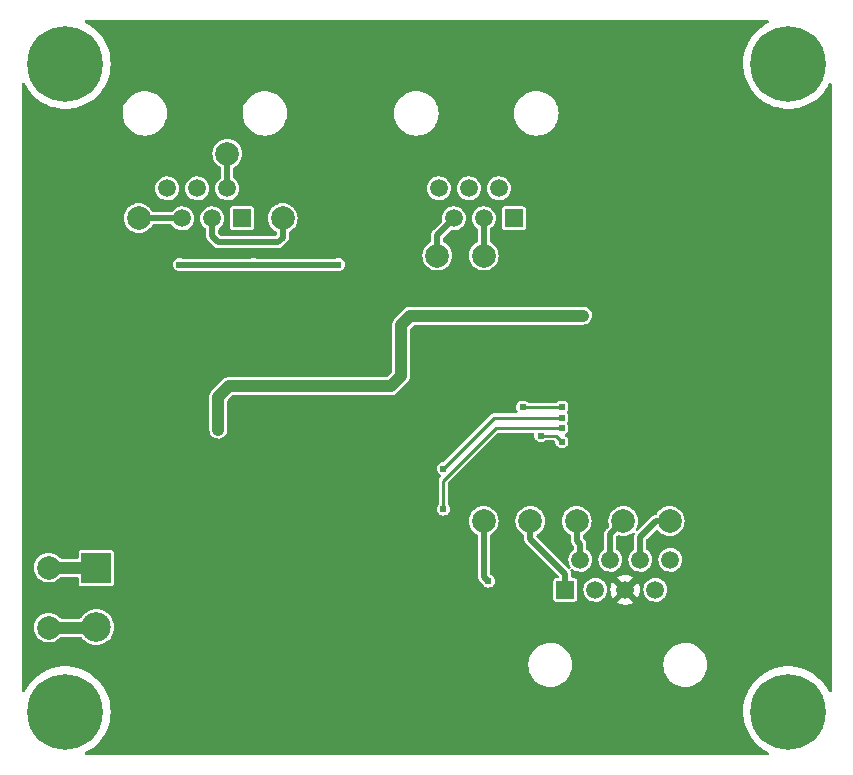
<source format=gbl>
G04 #@! TF.GenerationSoftware,KiCad,Pcbnew,6.0.2+dfsg-1*
G04 #@! TF.CreationDate,2024-05-29T15:37:31-06:00*
G04 #@! TF.ProjectId,mss-atlasadapter,6d73732d-6174-46c6-9173-616461707465,rev?*
G04 #@! TF.SameCoordinates,Original*
G04 #@! TF.FileFunction,Copper,L2,Bot*
G04 #@! TF.FilePolarity,Positive*
%FSLAX46Y46*%
G04 Gerber Fmt 4.6, Leading zero omitted, Abs format (unit mm)*
G04 Created by KiCad (PCBNEW 6.0.2+dfsg-1) date 2024-05-29 15:37:31*
%MOMM*%
%LPD*%
G01*
G04 APERTURE LIST*
G04 #@! TA.AperFunction,ComponentPad*
%ADD10R,2.500000X2.500000*%
G04 #@! TD*
G04 #@! TA.AperFunction,ComponentPad*
%ADD11C,2.500000*%
G04 #@! TD*
G04 #@! TA.AperFunction,ComponentPad*
%ADD12C,6.400000*%
G04 #@! TD*
G04 #@! TA.AperFunction,ComponentPad*
%ADD13R,1.520000X1.520000*%
G04 #@! TD*
G04 #@! TA.AperFunction,ComponentPad*
%ADD14C,1.520000*%
G04 #@! TD*
G04 #@! TA.AperFunction,ComponentPad*
%ADD15R,1.500000X1.500000*%
G04 #@! TD*
G04 #@! TA.AperFunction,ComponentPad*
%ADD16C,1.500000*%
G04 #@! TD*
G04 #@! TA.AperFunction,SMDPad,CuDef*
%ADD17C,2.000000*%
G04 #@! TD*
G04 #@! TA.AperFunction,ViaPad*
%ADD18C,0.609600*%
G04 #@! TD*
G04 #@! TA.AperFunction,Conductor*
%ADD19C,1.016000*%
G04 #@! TD*
G04 #@! TA.AperFunction,Conductor*
%ADD20C,0.508000*%
G04 #@! TD*
G04 #@! TA.AperFunction,Conductor*
%ADD21C,0.254000*%
G04 #@! TD*
G04 APERTURE END LIST*
D10*
X32339000Y-175300000D03*
D11*
X32339000Y-180300000D03*
D12*
X90932000Y-187452000D03*
D13*
X44699000Y-145692000D03*
D14*
X43429000Y-143152000D03*
X42159000Y-145692000D03*
X40889000Y-143152000D03*
X39619000Y-145692000D03*
X38349000Y-143152000D03*
D12*
X90932000Y-132588000D03*
D15*
X72044500Y-177145000D03*
D16*
X73314500Y-174605000D03*
X74584500Y-177145000D03*
X75854500Y-174605000D03*
X77124500Y-177145000D03*
X78394500Y-174605000D03*
X79664500Y-177145000D03*
X80934500Y-174605000D03*
D12*
X29718000Y-187452000D03*
X29718000Y-132588000D03*
D13*
X67686000Y-145692000D03*
D14*
X66416000Y-143152000D03*
X65146000Y-145692000D03*
X63876000Y-143152000D03*
X62606000Y-145692000D03*
X61336000Y-143152000D03*
D17*
X69088000Y-171323000D03*
X28321000Y-180340000D03*
X65151000Y-148844000D03*
X61214000Y-148844000D03*
X65151000Y-171323000D03*
X48133000Y-145669000D03*
X43434000Y-140208000D03*
X28321000Y-175260000D03*
X35941000Y-145669000D03*
X73025000Y-171323000D03*
X80899000Y-171323000D03*
X76962000Y-171323000D03*
D18*
X57277000Y-161798000D03*
X40894000Y-187325000D03*
X84709000Y-156210000D03*
X64008000Y-179324000D03*
X41783000Y-189484000D03*
X57785000Y-166751000D03*
X73533000Y-155829000D03*
X43180000Y-173609000D03*
X40894000Y-188214000D03*
X60833000Y-156464000D03*
X71247000Y-168656000D03*
X52705000Y-183134000D03*
X54483000Y-161798000D03*
X55753000Y-188214000D03*
X70739000Y-155829000D03*
X49022000Y-153797000D03*
X39370000Y-173609000D03*
X44577000Y-162433000D03*
X50673000Y-183134000D03*
X78486000Y-168656000D03*
X44704000Y-187325000D03*
X44577000Y-161544000D03*
X44704000Y-188214000D03*
X64008000Y-182118000D03*
X57785000Y-169037000D03*
X36322000Y-153797000D03*
X72263000Y-168656000D03*
X56769000Y-188214000D03*
X44704000Y-186436000D03*
X34544000Y-163322000D03*
X57785000Y-175006000D03*
X47244000Y-188214000D03*
X42672000Y-153797000D03*
X43815000Y-189484000D03*
X43180000Y-175387000D03*
X35306000Y-153797000D03*
X57785000Y-173228000D03*
X39370000Y-175387000D03*
X40894000Y-186436000D03*
X48006000Y-153797000D03*
X42799000Y-189484000D03*
X79502000Y-168656000D03*
X41656000Y-153797000D03*
X48260000Y-188214000D03*
X60833000Y-155575000D03*
X43180000Y-174498000D03*
X57785000Y-164973000D03*
X84709000Y-143002000D03*
X39370000Y-174498000D03*
X51689000Y-183134000D03*
X57785000Y-170815000D03*
X73533000Y-153924000D03*
X42672000Y-163576000D03*
X52832000Y-149606000D03*
X54483000Y-159893000D03*
X70739000Y-153924000D03*
X42672000Y-161798000D03*
X57277000Y-159893000D03*
X42672000Y-162687000D03*
X39370000Y-149606000D03*
X45677750Y-149606000D03*
X71755000Y-164592000D03*
X69977000Y-164084000D03*
X65532000Y-176403000D03*
X71755000Y-162560000D03*
X61722000Y-166878000D03*
X61722000Y-170307000D03*
X71755000Y-163449000D03*
X71755000Y-161671000D03*
X68453000Y-161671000D03*
D19*
X56515000Y-159893000D02*
X57277000Y-159893000D01*
X54483000Y-159893000D02*
X56515000Y-159893000D01*
X42672000Y-161798000D02*
X42672000Y-160782000D01*
D20*
X52832000Y-149606000D02*
X39370000Y-149606000D01*
D19*
X58928000Y-153924000D02*
X73533000Y-153924000D01*
X42672000Y-160782000D02*
X43561000Y-159893000D01*
X58166000Y-159004000D02*
X58166000Y-154686000D01*
X58166000Y-154686000D02*
X58928000Y-153924000D01*
X43561000Y-159893000D02*
X54483000Y-159893000D01*
X57277000Y-159893000D02*
X58166000Y-159004000D01*
X42672000Y-163576000D02*
X42672000Y-161798000D01*
X32299000Y-175260000D02*
X32339000Y-175300000D01*
X28321000Y-175260000D02*
X32299000Y-175260000D01*
X28321000Y-180340000D02*
X32299000Y-180340000D01*
X32299000Y-180340000D02*
X32339000Y-180300000D01*
D21*
X71247000Y-164084000D02*
X71755000Y-164592000D01*
X69977000Y-164084000D02*
X71247000Y-164084000D01*
D20*
X65146000Y-145692000D02*
X65146000Y-148839000D01*
X65146000Y-148839000D02*
X65151000Y-148844000D01*
X61214000Y-148844000D02*
X61214000Y-147084000D01*
X61214000Y-147084000D02*
X62606000Y-145692000D01*
X43429000Y-140213000D02*
X43434000Y-140208000D01*
X43429000Y-143152000D02*
X43429000Y-140213000D01*
X47752000Y-147701000D02*
X42672000Y-147701000D01*
X42672000Y-147701000D02*
X42159000Y-147188000D01*
X42159000Y-145692000D02*
X42159000Y-147188000D01*
X48133000Y-145669000D02*
X48133000Y-147320000D01*
X48133000Y-147320000D02*
X47752000Y-147701000D01*
X39619000Y-145692000D02*
X35964000Y-145692000D01*
X35964000Y-145692000D02*
X35941000Y-145669000D01*
X69088000Y-171323000D02*
X69088000Y-172847000D01*
X72044500Y-175803500D02*
X72044500Y-177145000D01*
X69088000Y-172847000D02*
X72044500Y-175803500D01*
X73025000Y-172974000D02*
X73314500Y-173263500D01*
X73314500Y-173263500D02*
X73314500Y-174605000D01*
X73025000Y-171323000D02*
X73025000Y-172974000D01*
X65151000Y-171323000D02*
X65151000Y-176022000D01*
X65151000Y-176022000D02*
X65532000Y-176403000D01*
X75854500Y-174605000D02*
X75854500Y-172430500D01*
X75854500Y-172430500D02*
X76962000Y-171323000D01*
X78394500Y-172684500D02*
X78394500Y-174605000D01*
X79756000Y-171323000D02*
X78394500Y-172684500D01*
X80899000Y-171323000D02*
X79756000Y-171323000D01*
D21*
X66040000Y-162560000D02*
X71755000Y-162560000D01*
X61722000Y-166878000D02*
X66040000Y-162560000D01*
X66167000Y-163449000D02*
X61722000Y-167894000D01*
X71755000Y-163449000D02*
X66167000Y-163449000D01*
X61722000Y-167894000D02*
X61722000Y-170307000D01*
X68453000Y-161671000D02*
X71755000Y-161671000D01*
G04 #@! TA.AperFunction,Conductor*
G36*
X89246521Y-128925002D02*
G01*
X89293014Y-128978658D01*
X89303118Y-129048932D01*
X89273624Y-129113512D01*
X89239293Y-129141309D01*
X88911060Y-129322503D01*
X88911052Y-129322508D01*
X88908264Y-129324047D01*
X88588781Y-129545268D01*
X88293289Y-129797642D01*
X88024814Y-130078585D01*
X87786105Y-130385220D01*
X87784409Y-130387924D01*
X87784406Y-130387928D01*
X87655575Y-130593303D01*
X87579605Y-130714410D01*
X87407429Y-131062782D01*
X87271339Y-131426770D01*
X87270531Y-131429849D01*
X87270529Y-131429856D01*
X87173537Y-131799567D01*
X87172729Y-131802647D01*
X87112609Y-132186566D01*
X87091594Y-132574594D01*
X87091744Y-132577775D01*
X87093571Y-132616505D01*
X87109900Y-132962760D01*
X87110371Y-132965913D01*
X87110372Y-132965921D01*
X87136787Y-133142664D01*
X87167338Y-133347089D01*
X87263321Y-133723646D01*
X87396866Y-134088575D01*
X87566606Y-134438141D01*
X87770803Y-134768764D01*
X87772744Y-134771294D01*
X87772745Y-134771295D01*
X87994624Y-135060452D01*
X88007366Y-135077058D01*
X88273873Y-135359869D01*
X88276278Y-135361952D01*
X88276284Y-135361958D01*
X88313091Y-135393841D01*
X88567596Y-135614299D01*
X88885526Y-135837745D01*
X89224410Y-136027917D01*
X89227324Y-136029184D01*
X89227328Y-136029186D01*
X89265101Y-136045610D01*
X89580777Y-136182870D01*
X89757208Y-136239176D01*
X89947935Y-136300046D01*
X89947944Y-136300048D01*
X89950979Y-136301017D01*
X89989763Y-136309190D01*
X90328106Y-136380490D01*
X90328111Y-136380491D01*
X90331225Y-136381147D01*
X90717621Y-136422441D01*
X90720809Y-136422458D01*
X90720814Y-136422458D01*
X90897023Y-136423381D01*
X91106213Y-136424476D01*
X91299617Y-136405853D01*
X91489856Y-136387535D01*
X91489861Y-136387534D01*
X91493021Y-136387230D01*
X91496141Y-136386607D01*
X91496145Y-136386606D01*
X91870958Y-136311711D01*
X91870957Y-136311711D01*
X91874086Y-136311086D01*
X92174886Y-136218548D01*
X92242462Y-136197759D01*
X92242465Y-136197758D01*
X92245504Y-136196823D01*
X92248432Y-136195586D01*
X92248438Y-136195584D01*
X92600530Y-136046854D01*
X92600537Y-136046851D01*
X92603474Y-136045610D01*
X92944331Y-135858997D01*
X93264584Y-135638893D01*
X93406596Y-135518458D01*
X93558525Y-135389613D01*
X93558527Y-135389611D01*
X93560955Y-135387552D01*
X93563160Y-135385260D01*
X93563166Y-135385255D01*
X93828194Y-135109850D01*
X93828196Y-135109847D01*
X93830409Y-135107548D01*
X93934438Y-134974875D01*
X94068213Y-134804265D01*
X94068216Y-134804260D01*
X94070187Y-134801747D01*
X94277835Y-134473281D01*
X94279255Y-134470433D01*
X94279260Y-134470424D01*
X94376238Y-134275915D01*
X94424534Y-134223876D01*
X94493297Y-134206209D01*
X94560696Y-134228523D01*
X94605332Y-134283733D01*
X94615000Y-134332136D01*
X94615000Y-185708063D01*
X94594998Y-185776184D01*
X94541342Y-185822677D01*
X94471068Y-185832781D01*
X94406488Y-185803287D01*
X94375849Y-185763495D01*
X94292326Y-185593003D01*
X94292325Y-185593001D01*
X94290915Y-185590123D01*
X94085565Y-185260215D01*
X93959842Y-185097548D01*
X93849880Y-184955273D01*
X93849875Y-184955268D01*
X93847928Y-184952748D01*
X93786156Y-184887654D01*
X93582634Y-184673186D01*
X93582631Y-184673184D01*
X93580435Y-184670869D01*
X93567298Y-184659569D01*
X93288241Y-184419543D01*
X93288238Y-184419541D01*
X93285826Y-184417466D01*
X93283218Y-184415646D01*
X93283212Y-184415642D01*
X92969730Y-184196954D01*
X92967117Y-184195131D01*
X92627572Y-184006143D01*
X92624652Y-184004885D01*
X92624647Y-184004883D01*
X92273600Y-183853698D01*
X92273590Y-183853694D01*
X92270666Y-183852435D01*
X91900054Y-183735582D01*
X91629188Y-183679488D01*
X91522656Y-183657426D01*
X91522653Y-183657426D01*
X91519531Y-183656779D01*
X91222323Y-183626065D01*
X91136149Y-183617160D01*
X91136146Y-183617160D01*
X91132993Y-183616834D01*
X91129827Y-183616828D01*
X91129818Y-183616828D01*
X90937969Y-183616494D01*
X90744396Y-183616156D01*
X90590545Y-183631512D01*
X90360893Y-183654434D01*
X90360887Y-183654435D01*
X90357720Y-183654751D01*
X90159934Y-183694991D01*
X89980049Y-183731589D01*
X89980045Y-183731590D01*
X89976924Y-183732225D01*
X89973882Y-183733172D01*
X89973876Y-183733174D01*
X89820432Y-183780967D01*
X89605907Y-183847784D01*
X89602979Y-183849033D01*
X89251397Y-183998995D01*
X89251393Y-183998997D01*
X89248467Y-184000245D01*
X89245688Y-184001779D01*
X89245682Y-184001782D01*
X89120749Y-184070749D01*
X88908264Y-184188047D01*
X88588781Y-184409268D01*
X88293289Y-184661642D01*
X88291089Y-184663944D01*
X88291086Y-184663947D01*
X88200830Y-184758395D01*
X88024814Y-184942585D01*
X88022857Y-184945099D01*
X88022856Y-184945100D01*
X87814024Y-185213357D01*
X87786105Y-185249220D01*
X87784409Y-185251924D01*
X87784406Y-185251928D01*
X87655575Y-185457303D01*
X87579605Y-185578410D01*
X87407429Y-185926782D01*
X87271339Y-186290770D01*
X87270531Y-186293849D01*
X87270529Y-186293856D01*
X87173537Y-186663567D01*
X87172729Y-186666647D01*
X87112609Y-187050566D01*
X87091594Y-187438594D01*
X87091744Y-187441775D01*
X87093571Y-187480505D01*
X87109900Y-187826760D01*
X87110371Y-187829913D01*
X87110372Y-187829921D01*
X87136787Y-188006664D01*
X87167338Y-188211089D01*
X87263321Y-188587646D01*
X87396866Y-188952575D01*
X87566606Y-189302141D01*
X87770803Y-189632764D01*
X88007366Y-189941058D01*
X88273873Y-190223869D01*
X88276278Y-190225952D01*
X88276284Y-190225958D01*
X88565189Y-190476214D01*
X88567596Y-190478299D01*
X88885526Y-190701745D01*
X89224410Y-190891917D01*
X89227324Y-190893184D01*
X89227338Y-190893191D01*
X89227932Y-190893449D01*
X89228040Y-190893539D01*
X89230193Y-190894608D01*
X89229937Y-190895123D01*
X89282429Y-190938953D01*
X89303673Y-191006697D01*
X89284920Y-191075172D01*
X89232123Y-191122638D01*
X89177694Y-191135000D01*
X31470313Y-191135000D01*
X31402192Y-191114998D01*
X31355699Y-191061342D01*
X31345595Y-190991068D01*
X31375089Y-190926488D01*
X31409805Y-190898479D01*
X31424635Y-190890360D01*
X31730331Y-190722997D01*
X32050584Y-190502893D01*
X32346955Y-190251552D01*
X32349160Y-190249260D01*
X32349166Y-190249255D01*
X32614194Y-189973850D01*
X32614196Y-189973847D01*
X32616409Y-189971548D01*
X32856187Y-189665747D01*
X33063835Y-189337281D01*
X33065255Y-189334433D01*
X33065260Y-189334424D01*
X33235806Y-188992360D01*
X33237226Y-188989512D01*
X33374585Y-188626001D01*
X33384791Y-188587646D01*
X33473685Y-188253555D01*
X33474506Y-188250470D01*
X33535966Y-187866764D01*
X33538091Y-187829921D01*
X33558237Y-187480505D01*
X33558335Y-187478811D01*
X33558429Y-187452000D01*
X33538769Y-187063900D01*
X33479989Y-186679775D01*
X33382692Y-186303555D01*
X33381587Y-186300567D01*
X33248983Y-185942091D01*
X33248980Y-185942085D01*
X33247874Y-185939094D01*
X33076915Y-185590123D01*
X32871565Y-185260215D01*
X32745842Y-185097548D01*
X32635880Y-184955273D01*
X32635875Y-184955268D01*
X32633928Y-184952748D01*
X32572156Y-184887654D01*
X32368634Y-184673186D01*
X32368631Y-184673184D01*
X32366435Y-184670869D01*
X32353298Y-184659569D01*
X32074241Y-184419543D01*
X32074238Y-184419541D01*
X32071826Y-184417466D01*
X32069218Y-184415646D01*
X32069212Y-184415642D01*
X31755730Y-184196954D01*
X31753117Y-184195131D01*
X31413572Y-184006143D01*
X31410652Y-184004885D01*
X31410647Y-184004883D01*
X31059600Y-183853698D01*
X31059590Y-183853694D01*
X31056666Y-183852435D01*
X30686054Y-183735582D01*
X30415188Y-183679488D01*
X30308656Y-183657426D01*
X30308653Y-183657426D01*
X30305531Y-183656779D01*
X30008323Y-183626065D01*
X29922149Y-183617160D01*
X29922146Y-183617160D01*
X29918993Y-183616834D01*
X29915827Y-183616828D01*
X29915818Y-183616828D01*
X29723969Y-183616494D01*
X29530396Y-183616156D01*
X29376545Y-183631512D01*
X29146893Y-183654434D01*
X29146887Y-183654435D01*
X29143720Y-183654751D01*
X28945934Y-183694991D01*
X28766049Y-183731589D01*
X28766045Y-183731590D01*
X28762924Y-183732225D01*
X28759882Y-183733172D01*
X28759876Y-183733174D01*
X28606432Y-183780967D01*
X28391907Y-183847784D01*
X28388979Y-183849033D01*
X28037397Y-183998995D01*
X28037393Y-183998997D01*
X28034467Y-184000245D01*
X28031688Y-184001779D01*
X28031682Y-184001782D01*
X27906749Y-184070749D01*
X27694264Y-184188047D01*
X27374781Y-184409268D01*
X27079289Y-184661642D01*
X27077089Y-184663944D01*
X27077086Y-184663947D01*
X26986830Y-184758395D01*
X26810814Y-184942585D01*
X26808857Y-184945099D01*
X26808856Y-184945100D01*
X26600024Y-185213357D01*
X26572105Y-185249220D01*
X26570409Y-185251924D01*
X26570406Y-185251928D01*
X26441575Y-185457303D01*
X26365605Y-185578410D01*
X26277426Y-185756828D01*
X26273957Y-185763846D01*
X26225843Y-185816053D01*
X26157142Y-185833960D01*
X26089666Y-185811882D01*
X26044838Y-185756828D01*
X26035000Y-185708019D01*
X26035000Y-183537186D01*
X68915518Y-183537186D01*
X68941079Y-183805100D01*
X68942164Y-183809534D01*
X68942165Y-183809540D01*
X68984165Y-183981180D01*
X69005047Y-184066518D01*
X69106083Y-184315963D01*
X69242069Y-184548210D01*
X69410158Y-184758395D01*
X69606827Y-184942113D01*
X69827957Y-185095516D01*
X70068916Y-185215391D01*
X70073250Y-185216812D01*
X70073253Y-185216813D01*
X70320323Y-185297807D01*
X70320329Y-185297808D01*
X70324656Y-185299227D01*
X70329147Y-185300007D01*
X70329148Y-185300007D01*
X70586038Y-185344611D01*
X70586046Y-185344612D01*
X70589819Y-185345267D01*
X70593656Y-185345458D01*
X70673277Y-185349422D01*
X70673285Y-185349422D01*
X70674848Y-185349500D01*
X70842874Y-185349500D01*
X70845142Y-185349335D01*
X70845154Y-185349335D01*
X70975957Y-185339844D01*
X71042925Y-185334985D01*
X71047380Y-185334001D01*
X71047383Y-185334001D01*
X71301270Y-185277947D01*
X71301272Y-185277946D01*
X71305726Y-185276963D01*
X71557400Y-185181613D01*
X71792672Y-185050931D01*
X71918014Y-184955273D01*
X72002991Y-184890421D01*
X72002995Y-184890417D01*
X72006616Y-184887654D01*
X72194749Y-184695203D01*
X72301742Y-184548210D01*
X72350442Y-184481304D01*
X72350447Y-184481297D01*
X72353130Y-184477610D01*
X72478441Y-184239433D01*
X72568057Y-183985662D01*
X72595419Y-183846837D01*
X72619220Y-183726083D01*
X72619221Y-183726077D01*
X72620101Y-183721611D01*
X72623296Y-183657426D01*
X72629282Y-183537186D01*
X80345518Y-183537186D01*
X80371079Y-183805100D01*
X80372164Y-183809534D01*
X80372165Y-183809540D01*
X80414165Y-183981180D01*
X80435047Y-184066518D01*
X80536083Y-184315963D01*
X80672069Y-184548210D01*
X80840158Y-184758395D01*
X81036827Y-184942113D01*
X81257957Y-185095516D01*
X81498916Y-185215391D01*
X81503250Y-185216812D01*
X81503253Y-185216813D01*
X81750323Y-185297807D01*
X81750329Y-185297808D01*
X81754656Y-185299227D01*
X81759147Y-185300007D01*
X81759148Y-185300007D01*
X82016038Y-185344611D01*
X82016046Y-185344612D01*
X82019819Y-185345267D01*
X82023656Y-185345458D01*
X82103277Y-185349422D01*
X82103285Y-185349422D01*
X82104848Y-185349500D01*
X82272874Y-185349500D01*
X82275142Y-185349335D01*
X82275154Y-185349335D01*
X82405957Y-185339844D01*
X82472925Y-185334985D01*
X82477380Y-185334001D01*
X82477383Y-185334001D01*
X82731270Y-185277947D01*
X82731272Y-185277946D01*
X82735726Y-185276963D01*
X82987400Y-185181613D01*
X83222672Y-185050931D01*
X83348014Y-184955273D01*
X83432991Y-184890421D01*
X83432995Y-184890417D01*
X83436616Y-184887654D01*
X83624749Y-184695203D01*
X83731742Y-184548210D01*
X83780442Y-184481304D01*
X83780447Y-184481297D01*
X83783130Y-184477610D01*
X83908441Y-184239433D01*
X83998057Y-183985662D01*
X84025419Y-183846837D01*
X84049220Y-183726083D01*
X84049221Y-183726077D01*
X84050101Y-183721611D01*
X84053296Y-183657426D01*
X84063255Y-183457383D01*
X84063255Y-183457377D01*
X84063482Y-183452814D01*
X84037921Y-183184900D01*
X83973953Y-182923482D01*
X83872917Y-182674037D01*
X83736931Y-182441790D01*
X83568842Y-182231605D01*
X83372173Y-182047887D01*
X83151043Y-181894484D01*
X82910084Y-181774609D01*
X82905750Y-181773188D01*
X82905747Y-181773187D01*
X82658677Y-181692193D01*
X82658671Y-181692192D01*
X82654344Y-181690773D01*
X82649852Y-181689993D01*
X82392962Y-181645389D01*
X82392954Y-181645388D01*
X82389181Y-181644733D01*
X82379218Y-181644237D01*
X82305723Y-181640578D01*
X82305715Y-181640578D01*
X82304152Y-181640500D01*
X82136126Y-181640500D01*
X82133858Y-181640665D01*
X82133846Y-181640665D01*
X82003043Y-181650156D01*
X81936075Y-181655015D01*
X81931620Y-181655999D01*
X81931617Y-181655999D01*
X81677730Y-181712053D01*
X81677728Y-181712054D01*
X81673274Y-181713037D01*
X81421600Y-181808387D01*
X81186328Y-181939069D01*
X81182696Y-181941841D01*
X80976009Y-182099579D01*
X80976005Y-182099583D01*
X80972384Y-182102346D01*
X80784251Y-182294797D01*
X80781566Y-182298486D01*
X80628558Y-182508696D01*
X80628553Y-182508703D01*
X80625870Y-182512390D01*
X80500559Y-182750567D01*
X80410943Y-183004338D01*
X80410060Y-183008820D01*
X80375355Y-183184900D01*
X80358899Y-183268389D01*
X80358672Y-183272942D01*
X80358672Y-183272945D01*
X80349491Y-183457383D01*
X80345518Y-183537186D01*
X72629282Y-183537186D01*
X72633255Y-183457383D01*
X72633255Y-183457377D01*
X72633482Y-183452814D01*
X72607921Y-183184900D01*
X72543953Y-182923482D01*
X72442917Y-182674037D01*
X72306931Y-182441790D01*
X72138842Y-182231605D01*
X71942173Y-182047887D01*
X71721043Y-181894484D01*
X71480084Y-181774609D01*
X71475750Y-181773188D01*
X71475747Y-181773187D01*
X71228677Y-181692193D01*
X71228671Y-181692192D01*
X71224344Y-181690773D01*
X71219852Y-181689993D01*
X70962962Y-181645389D01*
X70962954Y-181645388D01*
X70959181Y-181644733D01*
X70949218Y-181644237D01*
X70875723Y-181640578D01*
X70875715Y-181640578D01*
X70874152Y-181640500D01*
X70706126Y-181640500D01*
X70703858Y-181640665D01*
X70703846Y-181640665D01*
X70573043Y-181650156D01*
X70506075Y-181655015D01*
X70501620Y-181655999D01*
X70501617Y-181655999D01*
X70247730Y-181712053D01*
X70247728Y-181712054D01*
X70243274Y-181713037D01*
X69991600Y-181808387D01*
X69756328Y-181939069D01*
X69752696Y-181941841D01*
X69546009Y-182099579D01*
X69546005Y-182099583D01*
X69542384Y-182102346D01*
X69354251Y-182294797D01*
X69351566Y-182298486D01*
X69198558Y-182508696D01*
X69198553Y-182508703D01*
X69195870Y-182512390D01*
X69070559Y-182750567D01*
X68980943Y-183004338D01*
X68980060Y-183008820D01*
X68945355Y-183184900D01*
X68928899Y-183268389D01*
X68928672Y-183272942D01*
X68928672Y-183272945D01*
X68919491Y-183457383D01*
X68915518Y-183537186D01*
X26035000Y-183537186D01*
X26035000Y-180340000D01*
X27061708Y-180340000D01*
X27080839Y-180558674D01*
X27137653Y-180770703D01*
X27139978Y-180775688D01*
X27228095Y-180964659D01*
X27228098Y-180964664D01*
X27230421Y-180969646D01*
X27233577Y-180974153D01*
X27233578Y-180974155D01*
X27244226Y-180989361D01*
X27356326Y-181149457D01*
X27511543Y-181304674D01*
X27516051Y-181307831D01*
X27516054Y-181307833D01*
X27686845Y-181427422D01*
X27691354Y-181430579D01*
X27696336Y-181432902D01*
X27696341Y-181432905D01*
X27797116Y-181479896D01*
X27890297Y-181523347D01*
X28102326Y-181580161D01*
X28321000Y-181599292D01*
X28539674Y-181580161D01*
X28751703Y-181523347D01*
X28844884Y-181479896D01*
X28945659Y-181432905D01*
X28945664Y-181432902D01*
X28950646Y-181430579D01*
X28955155Y-181427422D01*
X29125946Y-181307833D01*
X29125949Y-181307831D01*
X29130457Y-181304674D01*
X29285674Y-181149457D01*
X29287349Y-181147064D01*
X29345795Y-181108182D01*
X29383204Y-181102500D01*
X30995690Y-181102500D01*
X31063811Y-181122502D01*
X31103122Y-181162665D01*
X31115481Y-181182833D01*
X31115485Y-181182838D01*
X31118070Y-181187057D01*
X31271868Y-181367132D01*
X31451943Y-181520930D01*
X31653859Y-181644664D01*
X31658429Y-181646557D01*
X31658433Y-181646559D01*
X31868073Y-181733395D01*
X31868075Y-181733396D01*
X31872646Y-181735289D01*
X31952499Y-181754460D01*
X32098104Y-181789417D01*
X32098110Y-181789418D01*
X32102917Y-181790572D01*
X32339000Y-181809152D01*
X32575083Y-181790572D01*
X32579890Y-181789418D01*
X32579896Y-181789417D01*
X32725501Y-181754460D01*
X32805354Y-181735289D01*
X32809925Y-181733396D01*
X32809927Y-181733395D01*
X33019567Y-181646559D01*
X33019571Y-181646557D01*
X33024141Y-181644664D01*
X33226057Y-181520930D01*
X33406132Y-181367132D01*
X33559930Y-181187057D01*
X33683664Y-180985141D01*
X33690083Y-180969646D01*
X33772395Y-180770927D01*
X33772396Y-180770925D01*
X33774289Y-180766354D01*
X33822874Y-180563984D01*
X33828417Y-180540896D01*
X33828418Y-180540890D01*
X33829572Y-180536083D01*
X33848152Y-180300000D01*
X33829572Y-180063917D01*
X33774289Y-179833646D01*
X33772395Y-179829073D01*
X33685559Y-179619433D01*
X33685557Y-179619429D01*
X33683664Y-179614859D01*
X33559930Y-179412943D01*
X33406132Y-179232868D01*
X33226057Y-179079070D01*
X33024141Y-178955336D01*
X33019571Y-178953443D01*
X33019567Y-178953441D01*
X32809927Y-178866605D01*
X32809925Y-178866604D01*
X32805354Y-178864711D01*
X32725501Y-178845540D01*
X32579896Y-178810583D01*
X32579890Y-178810582D01*
X32575083Y-178809428D01*
X32339000Y-178790848D01*
X32102917Y-178809428D01*
X32098110Y-178810582D01*
X32098104Y-178810583D01*
X31952499Y-178845540D01*
X31872646Y-178864711D01*
X31868075Y-178866604D01*
X31868073Y-178866605D01*
X31658433Y-178953441D01*
X31658429Y-178953443D01*
X31653859Y-178955336D01*
X31451943Y-179079070D01*
X31271868Y-179232868D01*
X31118070Y-179412943D01*
X31115486Y-179417160D01*
X31115482Y-179417166D01*
X31054099Y-179517334D01*
X31001452Y-179564966D01*
X30946666Y-179577500D01*
X29383204Y-179577500D01*
X29315083Y-179557498D01*
X29287611Y-179533309D01*
X29285674Y-179530543D01*
X29130457Y-179375326D01*
X29125949Y-179372169D01*
X29125946Y-179372167D01*
X28955155Y-179252578D01*
X28955153Y-179252577D01*
X28950646Y-179249421D01*
X28945664Y-179247098D01*
X28945659Y-179247095D01*
X28844884Y-179200104D01*
X28751703Y-179156653D01*
X28539674Y-179099839D01*
X28321000Y-179080708D01*
X28102326Y-179099839D01*
X27890297Y-179156653D01*
X27797116Y-179200104D01*
X27696341Y-179247095D01*
X27696336Y-179247098D01*
X27691354Y-179249421D01*
X27686847Y-179252577D01*
X27686845Y-179252578D01*
X27516054Y-179372167D01*
X27516051Y-179372169D01*
X27511543Y-179375326D01*
X27356326Y-179530543D01*
X27353169Y-179535051D01*
X27353167Y-179535054D01*
X27233578Y-179705845D01*
X27230421Y-179710354D01*
X27228098Y-179715336D01*
X27228095Y-179715341D01*
X27181104Y-179816116D01*
X27137653Y-179909297D01*
X27080839Y-180121326D01*
X27061708Y-180340000D01*
X26035000Y-180340000D01*
X26035000Y-178195161D01*
X76438893Y-178195161D01*
X76448187Y-178207175D01*
X76488588Y-178235464D01*
X76498084Y-178240947D01*
X76687613Y-178329326D01*
X76697905Y-178333072D01*
X76899901Y-178387196D01*
X76910696Y-178389099D01*
X77119025Y-178407326D01*
X77129975Y-178407326D01*
X77338304Y-178389099D01*
X77349099Y-178387196D01*
X77551095Y-178333072D01*
X77561387Y-178329326D01*
X77750916Y-178240947D01*
X77760412Y-178235464D01*
X77801648Y-178206590D01*
X77810023Y-178196112D01*
X77802957Y-178182668D01*
X77137311Y-177517021D01*
X77123368Y-177509408D01*
X77121534Y-177509539D01*
X77114920Y-177513790D01*
X76445320Y-178183391D01*
X76438893Y-178195161D01*
X26035000Y-178195161D01*
X26035000Y-175260000D01*
X27061708Y-175260000D01*
X27080839Y-175478674D01*
X27137653Y-175690703D01*
X27145850Y-175708281D01*
X27228095Y-175884659D01*
X27228098Y-175884664D01*
X27230421Y-175889646D01*
X27233577Y-175894153D01*
X27233578Y-175894155D01*
X27351772Y-176062953D01*
X27356326Y-176069457D01*
X27511543Y-176224674D01*
X27516051Y-176227831D01*
X27516054Y-176227833D01*
X27686845Y-176347422D01*
X27691354Y-176350579D01*
X27696336Y-176352902D01*
X27696341Y-176352905D01*
X27786213Y-176394812D01*
X27890297Y-176443347D01*
X28102326Y-176500161D01*
X28321000Y-176519292D01*
X28539674Y-176500161D01*
X28751703Y-176443347D01*
X28855787Y-176394812D01*
X28945659Y-176352905D01*
X28945664Y-176352902D01*
X28950646Y-176350579D01*
X28955155Y-176347422D01*
X29125946Y-176227833D01*
X29125949Y-176227831D01*
X29130457Y-176224674D01*
X29285674Y-176069457D01*
X29287349Y-176067064D01*
X29345795Y-176028182D01*
X29383204Y-176022500D01*
X30708501Y-176022500D01*
X30776622Y-176042502D01*
X30823115Y-176096158D01*
X30834501Y-176148500D01*
X30834501Y-176575066D01*
X30849266Y-176649301D01*
X30905516Y-176733484D01*
X30989699Y-176789734D01*
X31063933Y-176804500D01*
X32338793Y-176804500D01*
X33614066Y-176804499D01*
X33649818Y-176797388D01*
X33676126Y-176792156D01*
X33676128Y-176792155D01*
X33688301Y-176789734D01*
X33698621Y-176782839D01*
X33698622Y-176782838D01*
X33762168Y-176740377D01*
X33772484Y-176733484D01*
X33828734Y-176649301D01*
X33843500Y-176575067D01*
X33843499Y-174024934D01*
X33828734Y-173950699D01*
X33772484Y-173866516D01*
X33688301Y-173810266D01*
X33614067Y-173795500D01*
X32339207Y-173795500D01*
X31063934Y-173795501D01*
X31028182Y-173802612D01*
X31001874Y-173807844D01*
X31001872Y-173807845D01*
X30989699Y-173810266D01*
X30979379Y-173817161D01*
X30979378Y-173817162D01*
X30918985Y-173857516D01*
X30905516Y-173866516D01*
X30849266Y-173950699D01*
X30834500Y-174024933D01*
X30834500Y-174371500D01*
X30814498Y-174439621D01*
X30760842Y-174486114D01*
X30708500Y-174497500D01*
X29383204Y-174497500D01*
X29315083Y-174477498D01*
X29287611Y-174453309D01*
X29285674Y-174450543D01*
X29130457Y-174295326D01*
X29125949Y-174292169D01*
X29125946Y-174292167D01*
X28955155Y-174172578D01*
X28955153Y-174172577D01*
X28950646Y-174169421D01*
X28945664Y-174167098D01*
X28945659Y-174167095D01*
X28844884Y-174120104D01*
X28751703Y-174076653D01*
X28539674Y-174019839D01*
X28321000Y-174000708D01*
X28102326Y-174019839D01*
X27890297Y-174076653D01*
X27797116Y-174120104D01*
X27696341Y-174167095D01*
X27696336Y-174167098D01*
X27691354Y-174169421D01*
X27686847Y-174172577D01*
X27686845Y-174172578D01*
X27516054Y-174292167D01*
X27516051Y-174292169D01*
X27511543Y-174295326D01*
X27356326Y-174450543D01*
X27230421Y-174630354D01*
X27228098Y-174635336D01*
X27228095Y-174635341D01*
X27227479Y-174636663D01*
X27137653Y-174829297D01*
X27080839Y-175041326D01*
X27061708Y-175260000D01*
X26035000Y-175260000D01*
X26035000Y-171323000D01*
X63891708Y-171323000D01*
X63910839Y-171541674D01*
X63967653Y-171753703D01*
X64003966Y-171831577D01*
X64058095Y-171947659D01*
X64058098Y-171947664D01*
X64060421Y-171952646D01*
X64063577Y-171957153D01*
X64063578Y-171957155D01*
X64175686Y-172117261D01*
X64186326Y-172132457D01*
X64341543Y-172287674D01*
X64346051Y-172290831D01*
X64346054Y-172290833D01*
X64511110Y-172406406D01*
X64521354Y-172413579D01*
X64526339Y-172415904D01*
X64526345Y-172415907D01*
X64569749Y-172436146D01*
X64623035Y-172483063D01*
X64642500Y-172550341D01*
X64642500Y-175950928D01*
X64641145Y-175963058D01*
X64641627Y-175963097D01*
X64640907Y-175972044D01*
X64638926Y-175980800D01*
X64639482Y-175989760D01*
X64642258Y-176034508D01*
X64642500Y-176042310D01*
X64642500Y-176058513D01*
X64643136Y-176062953D01*
X64643984Y-176068878D01*
X64645013Y-176078928D01*
X64646082Y-176096158D01*
X64647945Y-176126177D01*
X64650994Y-176134623D01*
X64651593Y-176137514D01*
X64655822Y-176154480D01*
X64656648Y-176157305D01*
X64657920Y-176166187D01*
X64677522Y-176209298D01*
X64681327Y-176218647D01*
X64697404Y-176263181D01*
X64702699Y-176270429D01*
X64704080Y-176273027D01*
X64712915Y-176288145D01*
X64714494Y-176290614D01*
X64718208Y-176298782D01*
X64729711Y-176312132D01*
X64749115Y-176334652D01*
X64755401Y-176342569D01*
X64760548Y-176349615D01*
X64760553Y-176349620D01*
X64763425Y-176353552D01*
X64774400Y-176364527D01*
X64780758Y-176371374D01*
X64813287Y-176409127D01*
X64820822Y-176414011D01*
X64827066Y-176419458D01*
X64838931Y-176429058D01*
X64989324Y-176579451D01*
X65016638Y-176620327D01*
X65043453Y-176685063D01*
X65133103Y-176801897D01*
X65249937Y-176891547D01*
X65385993Y-176947904D01*
X65394177Y-176948981D01*
X65394179Y-176948982D01*
X65523812Y-176966048D01*
X65532000Y-176967126D01*
X65540188Y-176966048D01*
X65669821Y-176948982D01*
X65669823Y-176948981D01*
X65678007Y-176947904D01*
X65814063Y-176891547D01*
X65930897Y-176801897D01*
X66020547Y-176685063D01*
X66076904Y-176549007D01*
X66080910Y-176518583D01*
X66095048Y-176411188D01*
X66096126Y-176403000D01*
X66076904Y-176256993D01*
X66020547Y-176120937D01*
X65930897Y-176004103D01*
X65814063Y-175914453D01*
X65749328Y-175887639D01*
X65708452Y-175860325D01*
X65696405Y-175848278D01*
X65662379Y-175785966D01*
X65659500Y-175759183D01*
X65659500Y-172550341D01*
X65679502Y-172482220D01*
X65732251Y-172436146D01*
X65775655Y-172415907D01*
X65775661Y-172415904D01*
X65780646Y-172413579D01*
X65790890Y-172406406D01*
X65955946Y-172290833D01*
X65955949Y-172290831D01*
X65960457Y-172287674D01*
X66115674Y-172132457D01*
X66126315Y-172117261D01*
X66238422Y-171957155D01*
X66238423Y-171957153D01*
X66241579Y-171952646D01*
X66243902Y-171947664D01*
X66243905Y-171947659D01*
X66298034Y-171831577D01*
X66334347Y-171753703D01*
X66391161Y-171541674D01*
X66410292Y-171323000D01*
X67828708Y-171323000D01*
X67847839Y-171541674D01*
X67904653Y-171753703D01*
X67940966Y-171831577D01*
X67995095Y-171947659D01*
X67995098Y-171947664D01*
X67997421Y-171952646D01*
X68000577Y-171957153D01*
X68000578Y-171957155D01*
X68112686Y-172117261D01*
X68123326Y-172132457D01*
X68278543Y-172287674D01*
X68283051Y-172290831D01*
X68283054Y-172290833D01*
X68448110Y-172406406D01*
X68458354Y-172413579D01*
X68463339Y-172415904D01*
X68463345Y-172415907D01*
X68506749Y-172436146D01*
X68560035Y-172483063D01*
X68579500Y-172550341D01*
X68579500Y-172775928D01*
X68578145Y-172788058D01*
X68578627Y-172788097D01*
X68577907Y-172797044D01*
X68575926Y-172805800D01*
X68576482Y-172814760D01*
X68579258Y-172859508D01*
X68579500Y-172867310D01*
X68579500Y-172883513D01*
X68580136Y-172887953D01*
X68580984Y-172893878D01*
X68582013Y-172903928D01*
X68584945Y-172951177D01*
X68587994Y-172959623D01*
X68588593Y-172962514D01*
X68592822Y-172979480D01*
X68593648Y-172982305D01*
X68594920Y-172991187D01*
X68614522Y-173034298D01*
X68618327Y-173043647D01*
X68634404Y-173088181D01*
X68639699Y-173095429D01*
X68641080Y-173098027D01*
X68649915Y-173113145D01*
X68651494Y-173115614D01*
X68655208Y-173123782D01*
X68686115Y-173159652D01*
X68692401Y-173167569D01*
X68697548Y-173174615D01*
X68697553Y-173174620D01*
X68700425Y-173178552D01*
X68711400Y-173189527D01*
X68717758Y-173196375D01*
X68744135Y-173226987D01*
X68750287Y-173234127D01*
X68757822Y-173239011D01*
X68764066Y-173244458D01*
X68775931Y-173254058D01*
X71447279Y-175925406D01*
X71481305Y-175987718D01*
X71476240Y-176058533D01*
X71433693Y-176115369D01*
X71367173Y-176140180D01*
X71358184Y-176140501D01*
X71269434Y-176140501D01*
X71233682Y-176147612D01*
X71207374Y-176152844D01*
X71207372Y-176152845D01*
X71195199Y-176155266D01*
X71184879Y-176162161D01*
X71184878Y-176162162D01*
X71166629Y-176174356D01*
X71111016Y-176211516D01*
X71054766Y-176295699D01*
X71040000Y-176369933D01*
X71040001Y-177920066D01*
X71054766Y-177994301D01*
X71111016Y-178078484D01*
X71195199Y-178134734D01*
X71269433Y-178149500D01*
X72044374Y-178149500D01*
X72819566Y-178149499D01*
X72855318Y-178142388D01*
X72881626Y-178137156D01*
X72881628Y-178137155D01*
X72893801Y-178134734D01*
X72904121Y-178127839D01*
X72904122Y-178127838D01*
X72967668Y-178085377D01*
X72977984Y-178078484D01*
X73034234Y-177994301D01*
X73049000Y-177920067D01*
X73048999Y-177130907D01*
X73575238Y-177130907D01*
X73591722Y-177327209D01*
X73618872Y-177421890D01*
X73644005Y-177509539D01*
X73646021Y-177516570D01*
X73736066Y-177691779D01*
X73739889Y-177696603D01*
X73739892Y-177696607D01*
X73767545Y-177731496D01*
X73858427Y-177846160D01*
X73863120Y-177850154D01*
X73863121Y-177850155D01*
X73952398Y-177926135D01*
X74008445Y-177973835D01*
X74013823Y-177976841D01*
X74013825Y-177976842D01*
X74063532Y-178004622D01*
X74180404Y-178069940D01*
X74367755Y-178130814D01*
X74563362Y-178154139D01*
X74569497Y-178153667D01*
X74569499Y-178153667D01*
X74629301Y-178149065D01*
X74759774Y-178139026D01*
X74949509Y-178086050D01*
X74955013Y-178083270D01*
X75119841Y-178000010D01*
X75119843Y-178000009D01*
X75125342Y-177997231D01*
X75280574Y-177875950D01*
X75284600Y-177871286D01*
X75284603Y-177871283D01*
X75405264Y-177731496D01*
X75405265Y-177731494D01*
X75409293Y-177726828D01*
X75506596Y-177555544D01*
X75568777Y-177368622D01*
X75593466Y-177173183D01*
X75593726Y-177154580D01*
X75593784Y-177150475D01*
X75862174Y-177150475D01*
X75880401Y-177358804D01*
X75882304Y-177369599D01*
X75936428Y-177571595D01*
X75940174Y-177581887D01*
X76028554Y-177771417D01*
X76034034Y-177780907D01*
X76062911Y-177822149D01*
X76073387Y-177830523D01*
X76086834Y-177823455D01*
X76752479Y-177157811D01*
X76758856Y-177146132D01*
X77488908Y-177146132D01*
X77489039Y-177147966D01*
X77493290Y-177154580D01*
X78162891Y-177824180D01*
X78174661Y-177830607D01*
X78186676Y-177821311D01*
X78214966Y-177780907D01*
X78220446Y-177771417D01*
X78308826Y-177581887D01*
X78312572Y-177571595D01*
X78366696Y-177369599D01*
X78368599Y-177358804D01*
X78386826Y-177150475D01*
X78386826Y-177139525D01*
X78386072Y-177130907D01*
X78655238Y-177130907D01*
X78671722Y-177327209D01*
X78698872Y-177421890D01*
X78724005Y-177509539D01*
X78726021Y-177516570D01*
X78816066Y-177691779D01*
X78819889Y-177696603D01*
X78819892Y-177696607D01*
X78847545Y-177731496D01*
X78938427Y-177846160D01*
X78943120Y-177850154D01*
X78943121Y-177850155D01*
X79032398Y-177926135D01*
X79088445Y-177973835D01*
X79093823Y-177976841D01*
X79093825Y-177976842D01*
X79143532Y-178004622D01*
X79260404Y-178069940D01*
X79447755Y-178130814D01*
X79643362Y-178154139D01*
X79649497Y-178153667D01*
X79649499Y-178153667D01*
X79709301Y-178149065D01*
X79839774Y-178139026D01*
X80029509Y-178086050D01*
X80035013Y-178083270D01*
X80199841Y-178000010D01*
X80199843Y-178000009D01*
X80205342Y-177997231D01*
X80360574Y-177875950D01*
X80364600Y-177871286D01*
X80364603Y-177871283D01*
X80485264Y-177731496D01*
X80485265Y-177731494D01*
X80489293Y-177726828D01*
X80586596Y-177555544D01*
X80648777Y-177368622D01*
X80673466Y-177173183D01*
X80673726Y-177154580D01*
X80673811Y-177148522D01*
X80673811Y-177148518D01*
X80673860Y-177145000D01*
X80654637Y-176948948D01*
X80597700Y-176760363D01*
X80577923Y-176723168D01*
X80508111Y-176591871D01*
X80508109Y-176591868D01*
X80505217Y-176586429D01*
X80380712Y-176433770D01*
X80315394Y-176379734D01*
X80233677Y-176312132D01*
X80233674Y-176312130D01*
X80228927Y-176308203D01*
X80055643Y-176214508D01*
X79867460Y-176156256D01*
X79861335Y-176155612D01*
X79861334Y-176155612D01*
X79677676Y-176136309D01*
X79677674Y-176136309D01*
X79671547Y-176135665D01*
X79605157Y-176141707D01*
X79481504Y-176152960D01*
X79481501Y-176152961D01*
X79475365Y-176153519D01*
X79469459Y-176155257D01*
X79469455Y-176155258D01*
X79329275Y-176196516D01*
X79286387Y-176209138D01*
X79280927Y-176211992D01*
X79280928Y-176211992D01*
X79117272Y-176297549D01*
X79117268Y-176297552D01*
X79111812Y-176300404D01*
X79107012Y-176304264D01*
X79107011Y-176304264D01*
X79017640Y-176376120D01*
X78958288Y-176423840D01*
X78831663Y-176574745D01*
X78825240Y-176586429D01*
X78750068Y-176723168D01*
X78736762Y-176747371D01*
X78734898Y-176753246D01*
X78734897Y-176753249D01*
X78722555Y-176792156D01*
X78677197Y-176935142D01*
X78655238Y-177130907D01*
X78386072Y-177130907D01*
X78368599Y-176931196D01*
X78366696Y-176920401D01*
X78312572Y-176718405D01*
X78308826Y-176708113D01*
X78220446Y-176518583D01*
X78214966Y-176509093D01*
X78186089Y-176467851D01*
X78175613Y-176459477D01*
X78162166Y-176466545D01*
X77496521Y-177132189D01*
X77488908Y-177146132D01*
X76758856Y-177146132D01*
X76760092Y-177143868D01*
X76759961Y-177142034D01*
X76755710Y-177135420D01*
X76086109Y-176465820D01*
X76074339Y-176459393D01*
X76062324Y-176468689D01*
X76034034Y-176509093D01*
X76028554Y-176518583D01*
X75940174Y-176708113D01*
X75936428Y-176718405D01*
X75882304Y-176920401D01*
X75880401Y-176931196D01*
X75862174Y-177139525D01*
X75862174Y-177150475D01*
X75593784Y-177150475D01*
X75593811Y-177148522D01*
X75593811Y-177148518D01*
X75593860Y-177145000D01*
X75574637Y-176948948D01*
X75517700Y-176760363D01*
X75497923Y-176723168D01*
X75428111Y-176591871D01*
X75428109Y-176591868D01*
X75425217Y-176586429D01*
X75300712Y-176433770D01*
X75235394Y-176379734D01*
X75153677Y-176312132D01*
X75153674Y-176312130D01*
X75148927Y-176308203D01*
X74975643Y-176214508D01*
X74787460Y-176156256D01*
X74781335Y-176155612D01*
X74781334Y-176155612D01*
X74597676Y-176136309D01*
X74597674Y-176136309D01*
X74591547Y-176135665D01*
X74525157Y-176141707D01*
X74401504Y-176152960D01*
X74401501Y-176152961D01*
X74395365Y-176153519D01*
X74389459Y-176155257D01*
X74389455Y-176155258D01*
X74249275Y-176196516D01*
X74206387Y-176209138D01*
X74200927Y-176211992D01*
X74200928Y-176211992D01*
X74037272Y-176297549D01*
X74037268Y-176297552D01*
X74031812Y-176300404D01*
X74027012Y-176304264D01*
X74027011Y-176304264D01*
X73937640Y-176376120D01*
X73878288Y-176423840D01*
X73751663Y-176574745D01*
X73745240Y-176586429D01*
X73670068Y-176723168D01*
X73656762Y-176747371D01*
X73654898Y-176753246D01*
X73654897Y-176753249D01*
X73642555Y-176792156D01*
X73597197Y-176935142D01*
X73575238Y-177130907D01*
X73048999Y-177130907D01*
X73048999Y-176369934D01*
X73041888Y-176334182D01*
X73036656Y-176307874D01*
X73036655Y-176307872D01*
X73034234Y-176295699D01*
X73006863Y-176254735D01*
X72984877Y-176221832D01*
X72977984Y-176211516D01*
X72893801Y-176155266D01*
X72819567Y-176140500D01*
X72679000Y-176140500D01*
X72610879Y-176120498D01*
X72587821Y-176093887D01*
X76438977Y-176093887D01*
X76446045Y-176107334D01*
X77111689Y-176772979D01*
X77125632Y-176780592D01*
X77127466Y-176780461D01*
X77134080Y-176776210D01*
X77803680Y-176106609D01*
X77810107Y-176094839D01*
X77800813Y-176082825D01*
X77760412Y-176054536D01*
X77750916Y-176049053D01*
X77561387Y-175960674D01*
X77551095Y-175956928D01*
X77349099Y-175902804D01*
X77338304Y-175900901D01*
X77129975Y-175882674D01*
X77119025Y-175882674D01*
X76910696Y-175900901D01*
X76899901Y-175902804D01*
X76697905Y-175956928D01*
X76687613Y-175960674D01*
X76498083Y-176049054D01*
X76488593Y-176054534D01*
X76447351Y-176083411D01*
X76438977Y-176093887D01*
X72587821Y-176093887D01*
X72564386Y-176066842D01*
X72553000Y-176014500D01*
X72553000Y-175874573D01*
X72554355Y-175862444D01*
X72553873Y-175862405D01*
X72554593Y-175853454D01*
X72556574Y-175844700D01*
X72553242Y-175790991D01*
X72553000Y-175783189D01*
X72553000Y-175766987D01*
X72551516Y-175756622D01*
X72550487Y-175746572D01*
X72548111Y-175708281D01*
X72548111Y-175708280D01*
X72547555Y-175699322D01*
X72544507Y-175690881D01*
X72543904Y-175687967D01*
X72539685Y-175671048D01*
X72538853Y-175668202D01*
X72537580Y-175659313D01*
X72517974Y-175616191D01*
X72514166Y-175606835D01*
X72501143Y-175570763D01*
X72498095Y-175562319D01*
X72492798Y-175555068D01*
X72491415Y-175552467D01*
X72480529Y-175533837D01*
X72477352Y-175526849D01*
X72467366Y-175456561D01*
X72496967Y-175392029D01*
X72556757Y-175353746D01*
X72627754Y-175353864D01*
X72673716Y-175378747D01*
X72717927Y-175416373D01*
X72738445Y-175433835D01*
X72743823Y-175436841D01*
X72743825Y-175436842D01*
X72904877Y-175526851D01*
X72910404Y-175529940D01*
X73097755Y-175590814D01*
X73293362Y-175614139D01*
X73299497Y-175613667D01*
X73299499Y-175613667D01*
X73359301Y-175609065D01*
X73489774Y-175599026D01*
X73679509Y-175546050D01*
X73703697Y-175533832D01*
X73849841Y-175460010D01*
X73849843Y-175460009D01*
X73855342Y-175457231D01*
X74010574Y-175335950D01*
X74014600Y-175331286D01*
X74014603Y-175331283D01*
X74135264Y-175191496D01*
X74135265Y-175191494D01*
X74139293Y-175186828D01*
X74236596Y-175015544D01*
X74298777Y-174828622D01*
X74323466Y-174633183D01*
X74323860Y-174605000D01*
X74322478Y-174590907D01*
X74845238Y-174590907D01*
X74861722Y-174787209D01*
X74916021Y-174976570D01*
X75006066Y-175151779D01*
X75009889Y-175156603D01*
X75009892Y-175156607D01*
X75091841Y-175260000D01*
X75128427Y-175306160D01*
X75133120Y-175310154D01*
X75133121Y-175310155D01*
X75245563Y-175405850D01*
X75278445Y-175433835D01*
X75283823Y-175436841D01*
X75283825Y-175436842D01*
X75444877Y-175526851D01*
X75450404Y-175529940D01*
X75637755Y-175590814D01*
X75833362Y-175614139D01*
X75839497Y-175613667D01*
X75839499Y-175613667D01*
X75899301Y-175609065D01*
X76029774Y-175599026D01*
X76219509Y-175546050D01*
X76243697Y-175533832D01*
X76389841Y-175460010D01*
X76389843Y-175460009D01*
X76395342Y-175457231D01*
X76550574Y-175335950D01*
X76554600Y-175331286D01*
X76554603Y-175331283D01*
X76675264Y-175191496D01*
X76675265Y-175191494D01*
X76679293Y-175186828D01*
X76776596Y-175015544D01*
X76838777Y-174828622D01*
X76863466Y-174633183D01*
X76863860Y-174605000D01*
X76844637Y-174408948D01*
X76787700Y-174220363D01*
X76762292Y-174172578D01*
X76698111Y-174051871D01*
X76698109Y-174051868D01*
X76695217Y-174046429D01*
X76570712Y-173893770D01*
X76418927Y-173768203D01*
X76417533Y-173767449D01*
X76373253Y-173713996D01*
X76363000Y-173664210D01*
X76363000Y-172693317D01*
X76383002Y-172625196D01*
X76399905Y-172604222D01*
X76453423Y-172550704D01*
X76515735Y-172516678D01*
X76575130Y-172518093D01*
X76738005Y-172561736D01*
X76738014Y-172561738D01*
X76743326Y-172563161D01*
X76962000Y-172582292D01*
X77180674Y-172563161D01*
X77392703Y-172506347D01*
X77511205Y-172451089D01*
X77586659Y-172415905D01*
X77586664Y-172415902D01*
X77591646Y-172413579D01*
X77607539Y-172402451D01*
X77748648Y-172303645D01*
X77815922Y-172280957D01*
X77884783Y-172298242D01*
X77933367Y-172350012D01*
X77946249Y-172419830D01*
X77938902Y-172451084D01*
X77931785Y-172470070D01*
X77927259Y-172482143D01*
X77923333Y-172491458D01*
X77903219Y-172534300D01*
X77901838Y-172543169D01*
X77900972Y-172546002D01*
X77896542Y-172562889D01*
X77895908Y-172565774D01*
X77892755Y-172574184D01*
X77892090Y-172583139D01*
X77889246Y-172621406D01*
X77888092Y-172631452D01*
X77886000Y-172644886D01*
X77886000Y-172660406D01*
X77885654Y-172669743D01*
X77881961Y-172719441D01*
X77883835Y-172728220D01*
X77884398Y-172736478D01*
X77886000Y-172751661D01*
X77886000Y-173664506D01*
X77865998Y-173732627D01*
X77838952Y-173762703D01*
X77782808Y-173807844D01*
X77688288Y-173883840D01*
X77561663Y-174034745D01*
X77555240Y-174046429D01*
X77488904Y-174167095D01*
X77466762Y-174207371D01*
X77464898Y-174213246D01*
X77464897Y-174213249D01*
X77430219Y-174322569D01*
X77407197Y-174395142D01*
X77385238Y-174590907D01*
X77401722Y-174787209D01*
X77456021Y-174976570D01*
X77546066Y-175151779D01*
X77549889Y-175156603D01*
X77549892Y-175156607D01*
X77631841Y-175260000D01*
X77668427Y-175306160D01*
X77673120Y-175310154D01*
X77673121Y-175310155D01*
X77785563Y-175405850D01*
X77818445Y-175433835D01*
X77823823Y-175436841D01*
X77823825Y-175436842D01*
X77984877Y-175526851D01*
X77990404Y-175529940D01*
X78177755Y-175590814D01*
X78373362Y-175614139D01*
X78379497Y-175613667D01*
X78379499Y-175613667D01*
X78439301Y-175609065D01*
X78569774Y-175599026D01*
X78759509Y-175546050D01*
X78783697Y-175533832D01*
X78929841Y-175460010D01*
X78929843Y-175460009D01*
X78935342Y-175457231D01*
X79090574Y-175335950D01*
X79094600Y-175331286D01*
X79094603Y-175331283D01*
X79215264Y-175191496D01*
X79215265Y-175191494D01*
X79219293Y-175186828D01*
X79316596Y-175015544D01*
X79378777Y-174828622D01*
X79403466Y-174633183D01*
X79403860Y-174605000D01*
X79402478Y-174590907D01*
X79925238Y-174590907D01*
X79941722Y-174787209D01*
X79996021Y-174976570D01*
X80086066Y-175151779D01*
X80089889Y-175156603D01*
X80089892Y-175156607D01*
X80171841Y-175260000D01*
X80208427Y-175306160D01*
X80213120Y-175310154D01*
X80213121Y-175310155D01*
X80325563Y-175405850D01*
X80358445Y-175433835D01*
X80363823Y-175436841D01*
X80363825Y-175436842D01*
X80524877Y-175526851D01*
X80530404Y-175529940D01*
X80717755Y-175590814D01*
X80913362Y-175614139D01*
X80919497Y-175613667D01*
X80919499Y-175613667D01*
X80979301Y-175609065D01*
X81109774Y-175599026D01*
X81299509Y-175546050D01*
X81323697Y-175533832D01*
X81469841Y-175460010D01*
X81469843Y-175460009D01*
X81475342Y-175457231D01*
X81630574Y-175335950D01*
X81634600Y-175331286D01*
X81634603Y-175331283D01*
X81755264Y-175191496D01*
X81755265Y-175191494D01*
X81759293Y-175186828D01*
X81856596Y-175015544D01*
X81918777Y-174828622D01*
X81943466Y-174633183D01*
X81943860Y-174605000D01*
X81924637Y-174408948D01*
X81867700Y-174220363D01*
X81842292Y-174172578D01*
X81778111Y-174051871D01*
X81778109Y-174051868D01*
X81775217Y-174046429D01*
X81650712Y-173893770D01*
X81585394Y-173839734D01*
X81503677Y-173772132D01*
X81503674Y-173772130D01*
X81498927Y-173768203D01*
X81325643Y-173674508D01*
X81137460Y-173616256D01*
X81131335Y-173615612D01*
X81131334Y-173615612D01*
X80947676Y-173596309D01*
X80947674Y-173596309D01*
X80941547Y-173595665D01*
X80859518Y-173603130D01*
X80751504Y-173612960D01*
X80751501Y-173612961D01*
X80745365Y-173613519D01*
X80739459Y-173615257D01*
X80739455Y-173615258D01*
X80599275Y-173656516D01*
X80556387Y-173669138D01*
X80550927Y-173671992D01*
X80550928Y-173671992D01*
X80387272Y-173757549D01*
X80387268Y-173757552D01*
X80381812Y-173760404D01*
X80377012Y-173764264D01*
X80377011Y-173764264D01*
X80322808Y-173807844D01*
X80228288Y-173883840D01*
X80101663Y-174034745D01*
X80095240Y-174046429D01*
X80028904Y-174167095D01*
X80006762Y-174207371D01*
X80004898Y-174213246D01*
X80004897Y-174213249D01*
X79970219Y-174322569D01*
X79947197Y-174395142D01*
X79925238Y-174590907D01*
X79402478Y-174590907D01*
X79384637Y-174408948D01*
X79327700Y-174220363D01*
X79302292Y-174172578D01*
X79238111Y-174051871D01*
X79238109Y-174051868D01*
X79235217Y-174046429D01*
X79110712Y-173893770D01*
X78958927Y-173768203D01*
X78957533Y-173767449D01*
X78913253Y-173713996D01*
X78903000Y-173664210D01*
X78903000Y-172947318D01*
X78923002Y-172879197D01*
X78939905Y-172858222D01*
X79717505Y-172080623D01*
X79779817Y-172046598D01*
X79850633Y-172051663D01*
X79909812Y-172097447D01*
X79934326Y-172132457D01*
X80089543Y-172287674D01*
X80094051Y-172290831D01*
X80094054Y-172290833D01*
X80259110Y-172406406D01*
X80269354Y-172413579D01*
X80274336Y-172415902D01*
X80274341Y-172415905D01*
X80349795Y-172451089D01*
X80468297Y-172506347D01*
X80680326Y-172563161D01*
X80899000Y-172582292D01*
X81117674Y-172563161D01*
X81329703Y-172506347D01*
X81448205Y-172451089D01*
X81523659Y-172415905D01*
X81523664Y-172415902D01*
X81528646Y-172413579D01*
X81538890Y-172406406D01*
X81703946Y-172290833D01*
X81703949Y-172290831D01*
X81708457Y-172287674D01*
X81863674Y-172132457D01*
X81874315Y-172117261D01*
X81986422Y-171957155D01*
X81986423Y-171957153D01*
X81989579Y-171952646D01*
X81991902Y-171947664D01*
X81991905Y-171947659D01*
X82046034Y-171831577D01*
X82082347Y-171753703D01*
X82139161Y-171541674D01*
X82158292Y-171323000D01*
X82139161Y-171104326D01*
X82082347Y-170892297D01*
X82034888Y-170790521D01*
X81991905Y-170698341D01*
X81991901Y-170698334D01*
X81989579Y-170693354D01*
X81863674Y-170513543D01*
X81708457Y-170358326D01*
X81703949Y-170355169D01*
X81703946Y-170355167D01*
X81533155Y-170235578D01*
X81533153Y-170235577D01*
X81528646Y-170232421D01*
X81523664Y-170230098D01*
X81523659Y-170230095D01*
X81375467Y-170160993D01*
X81329703Y-170139653D01*
X81117674Y-170082839D01*
X80899000Y-170063708D01*
X80680326Y-170082839D01*
X80468297Y-170139653D01*
X80422533Y-170160993D01*
X80274341Y-170230095D01*
X80274336Y-170230098D01*
X80269354Y-170232421D01*
X80264847Y-170235577D01*
X80264845Y-170235578D01*
X80094054Y-170355167D01*
X80094051Y-170355169D01*
X80089543Y-170358326D01*
X79934326Y-170513543D01*
X79808421Y-170693354D01*
X79805627Y-170699347D01*
X79783947Y-170745840D01*
X79737030Y-170799125D01*
X79677557Y-170818348D01*
X79661011Y-170819375D01*
X79651823Y-170819945D01*
X79643377Y-170822994D01*
X79640486Y-170823593D01*
X79623520Y-170827822D01*
X79620695Y-170828648D01*
X79611813Y-170829920D01*
X79568702Y-170849522D01*
X79559353Y-170853327D01*
X79514819Y-170869404D01*
X79507571Y-170874699D01*
X79504973Y-170876080D01*
X79489855Y-170884915D01*
X79487386Y-170886494D01*
X79479218Y-170890208D01*
X79472422Y-170896064D01*
X79443348Y-170921115D01*
X79435431Y-170927401D01*
X79428385Y-170932548D01*
X79428380Y-170932553D01*
X79424448Y-170935425D01*
X79413473Y-170946400D01*
X79406626Y-170952758D01*
X79368873Y-170985287D01*
X79363989Y-170992822D01*
X79358542Y-170999066D01*
X79348942Y-171010931D01*
X78242612Y-172117261D01*
X78180300Y-172151287D01*
X78109485Y-172146222D01*
X78052649Y-172103675D01*
X78027838Y-172037155D01*
X78042929Y-171967781D01*
X78048078Y-171959483D01*
X78049424Y-171957152D01*
X78052579Y-171952646D01*
X78054902Y-171947664D01*
X78054905Y-171947659D01*
X78109034Y-171831577D01*
X78145347Y-171753703D01*
X78202161Y-171541674D01*
X78221292Y-171323000D01*
X78202161Y-171104326D01*
X78145347Y-170892297D01*
X78097888Y-170790521D01*
X78054905Y-170698341D01*
X78054901Y-170698334D01*
X78052579Y-170693354D01*
X77926674Y-170513543D01*
X77771457Y-170358326D01*
X77766949Y-170355169D01*
X77766946Y-170355167D01*
X77596155Y-170235578D01*
X77596153Y-170235577D01*
X77591646Y-170232421D01*
X77586664Y-170230098D01*
X77586659Y-170230095D01*
X77438467Y-170160993D01*
X77392703Y-170139653D01*
X77180674Y-170082839D01*
X76962000Y-170063708D01*
X76743326Y-170082839D01*
X76531297Y-170139653D01*
X76485533Y-170160993D01*
X76337341Y-170230095D01*
X76337336Y-170230098D01*
X76332354Y-170232421D01*
X76327847Y-170235577D01*
X76327845Y-170235578D01*
X76157054Y-170355167D01*
X76157051Y-170355169D01*
X76152543Y-170358326D01*
X75997326Y-170513543D01*
X75871421Y-170693354D01*
X75869099Y-170698334D01*
X75869095Y-170698341D01*
X75826112Y-170790521D01*
X75778653Y-170892297D01*
X75721839Y-171104326D01*
X75702708Y-171323000D01*
X75721839Y-171541674D01*
X75723262Y-171546984D01*
X75723264Y-171546995D01*
X75766907Y-171709870D01*
X75765218Y-171780847D01*
X75734296Y-171831577D01*
X75545196Y-172020677D01*
X75535656Y-172028300D01*
X75535970Y-172028668D01*
X75529134Y-172034486D01*
X75521542Y-172039276D01*
X75515600Y-172046004D01*
X75485907Y-172079625D01*
X75480561Y-172085312D01*
X75469118Y-172096755D01*
X75463932Y-172103675D01*
X75462841Y-172105130D01*
X75456467Y-172112959D01*
X75425122Y-172148451D01*
X75421308Y-172156574D01*
X75419674Y-172159062D01*
X75410686Y-172174023D01*
X75409271Y-172176608D01*
X75403884Y-172183795D01*
X75400733Y-172192201D01*
X75387259Y-172228142D01*
X75383333Y-172237458D01*
X75363219Y-172280300D01*
X75361838Y-172289169D01*
X75360972Y-172292002D01*
X75356542Y-172308889D01*
X75355908Y-172311774D01*
X75352755Y-172320184D01*
X75350588Y-172349342D01*
X75349246Y-172367406D01*
X75348092Y-172377452D01*
X75346000Y-172390886D01*
X75346000Y-172406406D01*
X75345654Y-172415743D01*
X75341961Y-172465441D01*
X75343835Y-172474220D01*
X75344398Y-172482478D01*
X75346000Y-172497661D01*
X75346000Y-173664506D01*
X75325998Y-173732627D01*
X75298952Y-173762703D01*
X75242808Y-173807844D01*
X75148288Y-173883840D01*
X75021663Y-174034745D01*
X75015240Y-174046429D01*
X74948904Y-174167095D01*
X74926762Y-174207371D01*
X74924898Y-174213246D01*
X74924897Y-174213249D01*
X74890219Y-174322569D01*
X74867197Y-174395142D01*
X74845238Y-174590907D01*
X74322478Y-174590907D01*
X74304637Y-174408948D01*
X74247700Y-174220363D01*
X74222292Y-174172578D01*
X74158111Y-174051871D01*
X74158109Y-174051868D01*
X74155217Y-174046429D01*
X74030712Y-173893770D01*
X73878927Y-173768203D01*
X73877533Y-173767449D01*
X73833253Y-173713996D01*
X73823000Y-173664210D01*
X73823000Y-173334572D01*
X73824355Y-173322442D01*
X73823873Y-173322403D01*
X73824593Y-173313456D01*
X73826574Y-173304700D01*
X73823242Y-173250992D01*
X73823000Y-173243190D01*
X73823000Y-173226987D01*
X73821516Y-173216622D01*
X73820487Y-173206572D01*
X73818111Y-173168284D01*
X73817555Y-173159323D01*
X73814506Y-173150877D01*
X73813907Y-173147986D01*
X73809678Y-173131020D01*
X73808852Y-173128195D01*
X73807580Y-173119313D01*
X73787978Y-173076202D01*
X73784172Y-173066851D01*
X73771145Y-173030765D01*
X73768096Y-173022319D01*
X73762801Y-173015071D01*
X73761420Y-173012473D01*
X73752585Y-172997355D01*
X73751006Y-172994886D01*
X73747292Y-172986718D01*
X73716384Y-172950847D01*
X73710099Y-172942931D01*
X73704952Y-172935885D01*
X73704947Y-172935880D01*
X73702075Y-172931948D01*
X73691100Y-172920973D01*
X73684742Y-172914125D01*
X73658076Y-172883177D01*
X73658075Y-172883176D01*
X73652213Y-172876373D01*
X73644678Y-172871489D01*
X73638434Y-172866042D01*
X73626569Y-172856442D01*
X73570405Y-172800278D01*
X73536379Y-172737966D01*
X73533500Y-172711183D01*
X73533500Y-172550341D01*
X73553502Y-172482220D01*
X73606251Y-172436146D01*
X73649655Y-172415907D01*
X73649661Y-172415904D01*
X73654646Y-172413579D01*
X73664890Y-172406406D01*
X73829946Y-172290833D01*
X73829949Y-172290831D01*
X73834457Y-172287674D01*
X73989674Y-172132457D01*
X74000315Y-172117261D01*
X74112422Y-171957155D01*
X74112423Y-171957153D01*
X74115579Y-171952646D01*
X74117902Y-171947664D01*
X74117905Y-171947659D01*
X74172034Y-171831577D01*
X74208347Y-171753703D01*
X74265161Y-171541674D01*
X74284292Y-171323000D01*
X74265161Y-171104326D01*
X74208347Y-170892297D01*
X74160888Y-170790521D01*
X74117905Y-170698341D01*
X74117901Y-170698334D01*
X74115579Y-170693354D01*
X73989674Y-170513543D01*
X73834457Y-170358326D01*
X73829949Y-170355169D01*
X73829946Y-170355167D01*
X73659155Y-170235578D01*
X73659153Y-170235577D01*
X73654646Y-170232421D01*
X73649664Y-170230098D01*
X73649659Y-170230095D01*
X73501467Y-170160993D01*
X73455703Y-170139653D01*
X73243674Y-170082839D01*
X73025000Y-170063708D01*
X72806326Y-170082839D01*
X72594297Y-170139653D01*
X72548533Y-170160993D01*
X72400341Y-170230095D01*
X72400336Y-170230098D01*
X72395354Y-170232421D01*
X72390847Y-170235577D01*
X72390845Y-170235578D01*
X72220054Y-170355167D01*
X72220051Y-170355169D01*
X72215543Y-170358326D01*
X72060326Y-170513543D01*
X71934421Y-170693354D01*
X71932099Y-170698334D01*
X71932095Y-170698341D01*
X71889112Y-170790521D01*
X71841653Y-170892297D01*
X71784839Y-171104326D01*
X71765708Y-171323000D01*
X71784839Y-171541674D01*
X71841653Y-171753703D01*
X71877966Y-171831577D01*
X71932095Y-171947659D01*
X71932098Y-171947664D01*
X71934421Y-171952646D01*
X71937577Y-171957153D01*
X71937578Y-171957155D01*
X72049686Y-172117261D01*
X72060326Y-172132457D01*
X72215543Y-172287674D01*
X72220051Y-172290831D01*
X72220054Y-172290833D01*
X72385110Y-172406406D01*
X72395354Y-172413579D01*
X72400339Y-172415904D01*
X72400345Y-172415907D01*
X72443749Y-172436146D01*
X72497035Y-172483063D01*
X72516500Y-172550341D01*
X72516500Y-172902928D01*
X72515145Y-172915058D01*
X72515627Y-172915097D01*
X72514907Y-172924044D01*
X72512926Y-172932800D01*
X72515275Y-172970669D01*
X72516258Y-172986508D01*
X72516500Y-172994310D01*
X72516500Y-173010513D01*
X72517136Y-173014953D01*
X72517984Y-173020878D01*
X72519013Y-173030928D01*
X72521242Y-173066851D01*
X72521945Y-173078177D01*
X72524994Y-173086623D01*
X72525593Y-173089514D01*
X72529822Y-173106480D01*
X72530648Y-173109305D01*
X72531920Y-173118187D01*
X72551522Y-173161298D01*
X72555327Y-173170647D01*
X72571404Y-173215181D01*
X72576699Y-173222429D01*
X72578080Y-173225027D01*
X72586915Y-173240145D01*
X72588494Y-173242614D01*
X72592208Y-173250782D01*
X72598064Y-173257578D01*
X72623115Y-173286652D01*
X72629401Y-173294569D01*
X72634548Y-173301615D01*
X72634553Y-173301620D01*
X72637425Y-173305552D01*
X72648400Y-173316527D01*
X72654758Y-173323374D01*
X72687287Y-173361127D01*
X72694822Y-173366011D01*
X72701066Y-173371458D01*
X72712931Y-173381058D01*
X72769095Y-173437222D01*
X72803121Y-173499534D01*
X72806000Y-173526317D01*
X72806000Y-173664506D01*
X72785998Y-173732627D01*
X72758952Y-173762703D01*
X72702808Y-173807844D01*
X72608288Y-173883840D01*
X72481663Y-174034745D01*
X72475240Y-174046429D01*
X72408904Y-174167095D01*
X72386762Y-174207371D01*
X72384898Y-174213246D01*
X72384897Y-174213249D01*
X72350219Y-174322569D01*
X72327197Y-174395142D01*
X72305238Y-174590907D01*
X72321722Y-174787209D01*
X72376021Y-174976570D01*
X72466066Y-175151779D01*
X72469892Y-175156607D01*
X72471344Y-175158859D01*
X72491434Y-175226954D01*
X72471519Y-175295100D01*
X72417924Y-175341662D01*
X72347663Y-175351856D01*
X72283044Y-175322446D01*
X72276339Y-175316211D01*
X69633405Y-172673278D01*
X69599379Y-172610966D01*
X69596500Y-172584183D01*
X69596500Y-172550341D01*
X69616502Y-172482220D01*
X69669251Y-172436146D01*
X69712655Y-172415907D01*
X69712661Y-172415904D01*
X69717646Y-172413579D01*
X69727890Y-172406406D01*
X69892946Y-172290833D01*
X69892949Y-172290831D01*
X69897457Y-172287674D01*
X70052674Y-172132457D01*
X70063315Y-172117261D01*
X70175422Y-171957155D01*
X70175423Y-171957153D01*
X70178579Y-171952646D01*
X70180902Y-171947664D01*
X70180905Y-171947659D01*
X70235034Y-171831577D01*
X70271347Y-171753703D01*
X70328161Y-171541674D01*
X70347292Y-171323000D01*
X70328161Y-171104326D01*
X70271347Y-170892297D01*
X70223888Y-170790521D01*
X70180905Y-170698341D01*
X70180901Y-170698334D01*
X70178579Y-170693354D01*
X70052674Y-170513543D01*
X69897457Y-170358326D01*
X69892949Y-170355169D01*
X69892946Y-170355167D01*
X69722155Y-170235578D01*
X69722153Y-170235577D01*
X69717646Y-170232421D01*
X69712664Y-170230098D01*
X69712659Y-170230095D01*
X69564467Y-170160993D01*
X69518703Y-170139653D01*
X69306674Y-170082839D01*
X69088000Y-170063708D01*
X68869326Y-170082839D01*
X68657297Y-170139653D01*
X68611533Y-170160993D01*
X68463341Y-170230095D01*
X68463336Y-170230098D01*
X68458354Y-170232421D01*
X68453847Y-170235577D01*
X68453845Y-170235578D01*
X68283054Y-170355167D01*
X68283051Y-170355169D01*
X68278543Y-170358326D01*
X68123326Y-170513543D01*
X67997421Y-170693354D01*
X67995099Y-170698334D01*
X67995095Y-170698341D01*
X67952112Y-170790521D01*
X67904653Y-170892297D01*
X67847839Y-171104326D01*
X67828708Y-171323000D01*
X66410292Y-171323000D01*
X66391161Y-171104326D01*
X66334347Y-170892297D01*
X66286888Y-170790521D01*
X66243905Y-170698341D01*
X66243901Y-170698334D01*
X66241579Y-170693354D01*
X66115674Y-170513543D01*
X65960457Y-170358326D01*
X65955949Y-170355169D01*
X65955946Y-170355167D01*
X65785155Y-170235578D01*
X65785153Y-170235577D01*
X65780646Y-170232421D01*
X65775664Y-170230098D01*
X65775659Y-170230095D01*
X65627467Y-170160993D01*
X65581703Y-170139653D01*
X65369674Y-170082839D01*
X65151000Y-170063708D01*
X64932326Y-170082839D01*
X64720297Y-170139653D01*
X64674533Y-170160993D01*
X64526341Y-170230095D01*
X64526336Y-170230098D01*
X64521354Y-170232421D01*
X64516847Y-170235577D01*
X64516845Y-170235578D01*
X64346054Y-170355167D01*
X64346051Y-170355169D01*
X64341543Y-170358326D01*
X64186326Y-170513543D01*
X64060421Y-170693354D01*
X64058099Y-170698334D01*
X64058095Y-170698341D01*
X64015112Y-170790521D01*
X63967653Y-170892297D01*
X63910839Y-171104326D01*
X63891708Y-171323000D01*
X26035000Y-171323000D01*
X26035000Y-170307000D01*
X61157874Y-170307000D01*
X61177096Y-170453007D01*
X61233453Y-170589063D01*
X61323103Y-170705897D01*
X61439937Y-170795547D01*
X61575993Y-170851904D01*
X61584177Y-170852981D01*
X61584179Y-170852982D01*
X61713812Y-170870048D01*
X61722000Y-170871126D01*
X61730188Y-170870048D01*
X61859821Y-170852982D01*
X61859823Y-170852981D01*
X61868007Y-170851904D01*
X62004063Y-170795547D01*
X62120897Y-170705897D01*
X62210547Y-170589063D01*
X62266904Y-170453007D01*
X62286126Y-170307000D01*
X62276308Y-170232421D01*
X62267982Y-170169179D01*
X62267981Y-170169177D01*
X62266904Y-170160993D01*
X62210547Y-170024937D01*
X62129536Y-169919362D01*
X62103937Y-169853144D01*
X62103500Y-169842660D01*
X62103500Y-168104212D01*
X62123502Y-168036091D01*
X62140405Y-168015117D01*
X66288118Y-163867405D01*
X66350430Y-163833379D01*
X66377213Y-163830500D01*
X69302572Y-163830500D01*
X69370693Y-163850502D01*
X69417186Y-163904158D01*
X69427494Y-163972946D01*
X69420263Y-164027874D01*
X69412874Y-164084000D01*
X69413952Y-164092188D01*
X69427238Y-164193103D01*
X69432096Y-164230007D01*
X69488453Y-164366063D01*
X69578103Y-164482897D01*
X69694937Y-164572547D01*
X69830993Y-164628904D01*
X69839177Y-164629981D01*
X69839179Y-164629982D01*
X69968812Y-164647048D01*
X69977000Y-164648126D01*
X69985188Y-164647048D01*
X70114821Y-164629982D01*
X70114823Y-164629981D01*
X70123007Y-164628904D01*
X70259063Y-164572547D01*
X70364638Y-164491536D01*
X70430856Y-164465937D01*
X70441340Y-164465500D01*
X71036787Y-164465500D01*
X71104908Y-164485502D01*
X71125882Y-164502405D01*
X71156900Y-164533423D01*
X71190926Y-164595735D01*
X71192725Y-164606063D01*
X71210096Y-164738007D01*
X71266453Y-164874063D01*
X71356103Y-164990897D01*
X71472937Y-165080547D01*
X71608993Y-165136904D01*
X71617177Y-165137981D01*
X71617179Y-165137982D01*
X71746812Y-165155048D01*
X71755000Y-165156126D01*
X71763188Y-165155048D01*
X71892821Y-165137982D01*
X71892823Y-165137981D01*
X71901007Y-165136904D01*
X72037063Y-165080547D01*
X72153897Y-164990897D01*
X72243547Y-164874063D01*
X72299904Y-164738007D01*
X72319126Y-164592000D01*
X72305424Y-164487923D01*
X72300982Y-164454179D01*
X72300981Y-164454177D01*
X72299904Y-164445993D01*
X72243547Y-164309937D01*
X72153897Y-164193103D01*
X72144221Y-164185678D01*
X72059230Y-164120462D01*
X72017363Y-164063124D01*
X72013141Y-163992253D01*
X72047905Y-163930350D01*
X72059230Y-163920538D01*
X72147347Y-163852923D01*
X72153897Y-163847897D01*
X72243547Y-163731063D01*
X72299904Y-163595007D01*
X72319126Y-163449000D01*
X72299904Y-163302993D01*
X72243547Y-163166937D01*
X72177760Y-163081202D01*
X72152161Y-163014983D01*
X72166426Y-162945435D01*
X72177758Y-162927801D01*
X72243547Y-162842063D01*
X72299904Y-162706007D01*
X72319126Y-162560000D01*
X72299904Y-162413993D01*
X72243547Y-162277937D01*
X72177760Y-162192202D01*
X72152161Y-162125983D01*
X72166426Y-162056435D01*
X72177758Y-162038801D01*
X72243547Y-161953063D01*
X72299904Y-161817007D01*
X72319126Y-161671000D01*
X72299904Y-161524993D01*
X72243547Y-161388937D01*
X72153897Y-161272103D01*
X72037063Y-161182453D01*
X71901007Y-161126096D01*
X71892823Y-161125019D01*
X71892821Y-161125018D01*
X71763188Y-161107952D01*
X71755000Y-161106874D01*
X71746812Y-161107952D01*
X71617179Y-161125018D01*
X71617177Y-161125019D01*
X71608993Y-161126096D01*
X71472937Y-161182453D01*
X71367362Y-161263464D01*
X71301144Y-161289063D01*
X71290660Y-161289500D01*
X68917340Y-161289500D01*
X68849219Y-161269498D01*
X68840650Y-161263473D01*
X68735063Y-161182453D01*
X68599007Y-161126096D01*
X68590823Y-161125019D01*
X68590821Y-161125018D01*
X68461188Y-161107952D01*
X68453000Y-161106874D01*
X68444812Y-161107952D01*
X68315179Y-161125018D01*
X68315177Y-161125019D01*
X68306993Y-161126096D01*
X68170937Y-161182453D01*
X68054103Y-161272103D01*
X67964453Y-161388937D01*
X67908096Y-161524993D01*
X67888874Y-161671000D01*
X67908096Y-161817007D01*
X67964453Y-161953063D01*
X67981898Y-161975798D01*
X68007498Y-162042015D01*
X67993234Y-162111564D01*
X67943633Y-162162361D01*
X67881935Y-162178500D01*
X66094135Y-162178500D01*
X66069836Y-162175914D01*
X66068398Y-162175846D01*
X66058220Y-162173655D01*
X66028516Y-162177170D01*
X66024658Y-162177627D01*
X66018680Y-162177979D01*
X66018688Y-162178072D01*
X66013510Y-162178500D01*
X66008308Y-162178500D01*
X65989154Y-162181688D01*
X65983296Y-162182522D01*
X65966682Y-162184488D01*
X65942433Y-162187358D01*
X65942432Y-162187358D01*
X65932093Y-162188582D01*
X65923794Y-162192567D01*
X65914717Y-162194078D01*
X65869349Y-162218558D01*
X65864086Y-162221239D01*
X65824750Y-162240127D01*
X65824746Y-162240130D01*
X65817602Y-162243560D01*
X65813308Y-162247170D01*
X65811376Y-162249102D01*
X65809427Y-162250889D01*
X65809374Y-162250918D01*
X65809255Y-162250788D01*
X65808687Y-162251289D01*
X65802943Y-162254388D01*
X65795876Y-162262033D01*
X65766133Y-162294209D01*
X65762703Y-162297775D01*
X61780577Y-166279900D01*
X61718265Y-166313926D01*
X61707937Y-166315725D01*
X61637224Y-166325035D01*
X61584179Y-166332018D01*
X61584177Y-166332019D01*
X61575993Y-166333096D01*
X61439937Y-166389453D01*
X61323103Y-166479103D01*
X61233453Y-166595937D01*
X61177096Y-166731993D01*
X61157874Y-166878000D01*
X61177096Y-167024007D01*
X61233453Y-167160063D01*
X61323103Y-167276897D01*
X61439937Y-167366547D01*
X61447560Y-167369705D01*
X61447566Y-167369708D01*
X61456632Y-167373463D01*
X61511914Y-167418011D01*
X61534335Y-167485374D01*
X61516777Y-167554165D01*
X61497510Y-167578967D01*
X61490521Y-167585956D01*
X61471505Y-167601315D01*
X61470444Y-167602281D01*
X61461696Y-167607929D01*
X61455250Y-167616106D01*
X61440771Y-167634472D01*
X61436794Y-167638947D01*
X61436865Y-167639008D01*
X61433512Y-167642965D01*
X61429829Y-167646648D01*
X61426803Y-167650883D01*
X61426801Y-167650885D01*
X61418547Y-167662436D01*
X61414984Y-167667182D01*
X61383066Y-167707670D01*
X61380015Y-167716357D01*
X61374666Y-167723843D01*
X61371683Y-167733819D01*
X61371682Y-167733820D01*
X61359902Y-167773211D01*
X61358072Y-167778843D01*
X61340984Y-167827502D01*
X61340500Y-167833091D01*
X61340500Y-167835802D01*
X61340385Y-167838469D01*
X61340366Y-167838532D01*
X61340192Y-167838525D01*
X61340145Y-167839271D01*
X61338275Y-167845524D01*
X61338684Y-167855928D01*
X61340403Y-167899678D01*
X61340500Y-167904625D01*
X61340500Y-169842660D01*
X61320498Y-169910781D01*
X61314473Y-169919350D01*
X61233453Y-170024937D01*
X61177096Y-170160993D01*
X61176019Y-170169177D01*
X61176018Y-170169179D01*
X61167692Y-170232421D01*
X61157874Y-170307000D01*
X26035000Y-170307000D01*
X26035000Y-160713756D01*
X41907348Y-160713756D01*
X41907546Y-160721073D01*
X41909454Y-160791577D01*
X41909500Y-160794986D01*
X41909500Y-163620525D01*
X41924899Y-163752607D01*
X41927395Y-163759484D01*
X41927396Y-163759487D01*
X41959488Y-163847897D01*
X41985566Y-163919741D01*
X42083054Y-164068435D01*
X42212135Y-164190714D01*
X42365884Y-164280019D01*
X42536054Y-164331558D01*
X42713516Y-164342568D01*
X42720732Y-164341328D01*
X42720734Y-164341328D01*
X42881535Y-164313697D01*
X42888751Y-164312457D01*
X43052359Y-164242841D01*
X43195564Y-164137454D01*
X43258712Y-164063124D01*
X43305945Y-164007528D01*
X43305948Y-164007524D01*
X43310684Y-164001949D01*
X43391543Y-163843596D01*
X43433804Y-163670888D01*
X43434500Y-163659670D01*
X43434500Y-161150028D01*
X43454502Y-161081907D01*
X43471405Y-161060933D01*
X43839933Y-160692405D01*
X43902245Y-160658379D01*
X43929028Y-160655500D01*
X57209624Y-160655500D01*
X57228574Y-160656933D01*
X57242973Y-160659124D01*
X57242979Y-160659124D01*
X57250208Y-160660224D01*
X57257500Y-160659631D01*
X57257503Y-160659631D01*
X57303183Y-160655915D01*
X57313398Y-160655500D01*
X57321525Y-160655500D01*
X57325161Y-160655076D01*
X57325163Y-160655076D01*
X57328615Y-160654673D01*
X57349924Y-160652189D01*
X57354244Y-160651762D01*
X57427426Y-160645809D01*
X57434388Y-160643553D01*
X57440376Y-160642357D01*
X57446333Y-160640949D01*
X57453607Y-160640101D01*
X57460489Y-160637603D01*
X57460493Y-160637602D01*
X57522607Y-160615055D01*
X57526711Y-160613645D01*
X57596575Y-160591013D01*
X57602838Y-160587213D01*
X57608380Y-160584675D01*
X57613856Y-160581933D01*
X57620741Y-160579434D01*
X57670451Y-160546843D01*
X57682132Y-160539185D01*
X57685800Y-160536870D01*
X57748581Y-160498773D01*
X57752786Y-160495059D01*
X57752789Y-160495057D01*
X57757005Y-160491333D01*
X57757031Y-160491362D01*
X57759962Y-160488762D01*
X57763316Y-160485958D01*
X57769435Y-160481946D01*
X57822989Y-160425413D01*
X57825366Y-160422972D01*
X58657528Y-159590810D01*
X58671941Y-159578423D01*
X58683665Y-159569795D01*
X58689564Y-159565454D01*
X58723979Y-159524945D01*
X58730909Y-159517429D01*
X58736653Y-159511685D01*
X58738927Y-159508811D01*
X58738933Y-159508804D01*
X58754372Y-159489289D01*
X58757163Y-159485885D01*
X58799945Y-159435528D01*
X58799948Y-159435524D01*
X58804684Y-159429949D01*
X58808012Y-159423432D01*
X58811389Y-159418368D01*
X58814616Y-159413144D01*
X58819160Y-159407400D01*
X58850242Y-159340896D01*
X58852147Y-159336999D01*
X58885543Y-159271596D01*
X58887284Y-159264482D01*
X58889416Y-159258748D01*
X58891344Y-159252952D01*
X58894444Y-159246320D01*
X58909395Y-159174440D01*
X58910365Y-159170156D01*
X58915689Y-159148398D01*
X58927804Y-159098888D01*
X58928500Y-159087670D01*
X58928537Y-159087672D01*
X58928773Y-159083773D01*
X58929163Y-159079402D01*
X58930652Y-159072243D01*
X58928546Y-158994423D01*
X58928500Y-158991014D01*
X58928500Y-155054028D01*
X58948502Y-154985907D01*
X58965405Y-154964933D01*
X59206933Y-154723405D01*
X59269245Y-154689379D01*
X59296028Y-154686500D01*
X73577525Y-154686500D01*
X73670402Y-154675672D01*
X73702335Y-154671949D01*
X73702337Y-154671949D01*
X73709607Y-154671101D01*
X73716484Y-154668605D01*
X73716487Y-154668604D01*
X73869862Y-154612931D01*
X73876741Y-154610434D01*
X74025435Y-154512946D01*
X74147714Y-154383865D01*
X74237019Y-154230116D01*
X74288558Y-154059946D01*
X74299568Y-153882484D01*
X74269457Y-153707249D01*
X74199841Y-153543641D01*
X74094454Y-153400436D01*
X74023747Y-153340366D01*
X73964528Y-153290055D01*
X73964524Y-153290052D01*
X73958949Y-153285316D01*
X73800596Y-153204457D01*
X73793491Y-153202718D01*
X73793487Y-153202717D01*
X73698187Y-153179398D01*
X73627888Y-153162196D01*
X73622286Y-153161848D01*
X73622283Y-153161848D01*
X73618609Y-153161620D01*
X73618599Y-153161620D01*
X73616670Y-153161500D01*
X58995376Y-153161500D01*
X58976426Y-153160067D01*
X58962027Y-153157876D01*
X58962021Y-153157876D01*
X58954792Y-153156776D01*
X58947500Y-153157369D01*
X58947497Y-153157369D01*
X58901817Y-153161085D01*
X58891602Y-153161500D01*
X58883475Y-153161500D01*
X58879839Y-153161924D01*
X58879837Y-153161924D01*
X58876385Y-153162327D01*
X58855076Y-153164811D01*
X58850756Y-153165238D01*
X58777574Y-153171191D01*
X58770612Y-153173447D01*
X58764624Y-153174643D01*
X58758667Y-153176051D01*
X58751393Y-153176899D01*
X58744511Y-153179397D01*
X58744507Y-153179398D01*
X58682393Y-153201945D01*
X58678289Y-153203355D01*
X58608425Y-153225987D01*
X58602162Y-153229787D01*
X58596620Y-153232325D01*
X58591144Y-153235067D01*
X58584259Y-153237566D01*
X58578135Y-153241581D01*
X58522868Y-153277815D01*
X58519200Y-153280130D01*
X58456419Y-153318227D01*
X58452214Y-153321941D01*
X58452211Y-153321943D01*
X58447995Y-153325667D01*
X58447969Y-153325638D01*
X58445038Y-153328238D01*
X58441684Y-153331042D01*
X58435565Y-153335054D01*
X58430533Y-153340366D01*
X58382012Y-153391586D01*
X58379634Y-153394028D01*
X57674472Y-154099190D01*
X57660059Y-154111577D01*
X57642436Y-154124546D01*
X57637692Y-154130129D01*
X57637693Y-154130129D01*
X57608021Y-154165055D01*
X57601091Y-154172571D01*
X57595347Y-154178315D01*
X57593073Y-154181189D01*
X57593067Y-154181196D01*
X57577628Y-154200711D01*
X57574837Y-154204115D01*
X57532055Y-154254472D01*
X57532052Y-154254476D01*
X57527316Y-154260051D01*
X57523988Y-154266568D01*
X57520611Y-154271632D01*
X57517384Y-154276856D01*
X57512840Y-154282600D01*
X57509741Y-154289231D01*
X57481768Y-154349082D01*
X57479837Y-154353033D01*
X57446457Y-154418404D01*
X57444716Y-154425519D01*
X57442579Y-154431265D01*
X57440655Y-154437048D01*
X57437556Y-154443679D01*
X57436066Y-154450843D01*
X57422608Y-154515547D01*
X57421639Y-154519829D01*
X57404196Y-154591112D01*
X57403500Y-154602330D01*
X57403461Y-154602328D01*
X57403228Y-154606229D01*
X57402839Y-154610588D01*
X57401348Y-154617756D01*
X57401546Y-154625073D01*
X57403454Y-154695577D01*
X57403500Y-154698986D01*
X57403500Y-158635972D01*
X57383498Y-158704093D01*
X57366595Y-158725067D01*
X56998067Y-159093595D01*
X56935755Y-159127621D01*
X56908972Y-159130500D01*
X43628376Y-159130500D01*
X43609426Y-159129067D01*
X43595027Y-159126876D01*
X43595021Y-159126876D01*
X43587792Y-159125776D01*
X43580500Y-159126369D01*
X43580497Y-159126369D01*
X43534817Y-159130085D01*
X43524602Y-159130500D01*
X43516475Y-159130500D01*
X43512839Y-159130924D01*
X43512837Y-159130924D01*
X43509385Y-159131327D01*
X43488076Y-159133811D01*
X43483756Y-159134238D01*
X43410574Y-159140191D01*
X43403612Y-159142447D01*
X43397624Y-159143643D01*
X43391667Y-159145051D01*
X43384393Y-159145899D01*
X43377511Y-159148397D01*
X43377507Y-159148398D01*
X43315393Y-159170945D01*
X43311289Y-159172355D01*
X43241425Y-159194987D01*
X43235162Y-159198787D01*
X43229620Y-159201325D01*
X43224144Y-159204067D01*
X43217259Y-159206566D01*
X43211135Y-159210581D01*
X43155868Y-159246815D01*
X43152200Y-159249130D01*
X43089419Y-159287227D01*
X43085214Y-159290941D01*
X43085211Y-159290943D01*
X43080995Y-159294667D01*
X43080969Y-159294638D01*
X43078038Y-159297238D01*
X43074684Y-159300042D01*
X43068565Y-159304054D01*
X43033650Y-159340911D01*
X43015012Y-159360586D01*
X43012634Y-159363028D01*
X42180472Y-160195190D01*
X42166059Y-160207577D01*
X42148436Y-160220546D01*
X42143692Y-160226129D01*
X42143693Y-160226129D01*
X42114021Y-160261055D01*
X42107091Y-160268571D01*
X42101347Y-160274315D01*
X42099073Y-160277189D01*
X42099067Y-160277196D01*
X42083628Y-160296711D01*
X42080837Y-160300115D01*
X42038055Y-160350472D01*
X42038052Y-160350476D01*
X42033316Y-160356051D01*
X42029988Y-160362568D01*
X42026611Y-160367632D01*
X42023384Y-160372856D01*
X42018840Y-160378600D01*
X42015741Y-160385231D01*
X41987768Y-160445082D01*
X41985837Y-160449033D01*
X41952457Y-160514404D01*
X41950716Y-160521519D01*
X41948579Y-160527265D01*
X41946655Y-160533048D01*
X41943556Y-160539679D01*
X41942066Y-160546843D01*
X41928608Y-160611547D01*
X41927639Y-160615829D01*
X41910196Y-160687112D01*
X41909500Y-160698330D01*
X41909461Y-160698328D01*
X41909228Y-160702229D01*
X41908839Y-160706588D01*
X41907348Y-160713756D01*
X26035000Y-160713756D01*
X26035000Y-149606000D01*
X38805874Y-149606000D01*
X38825096Y-149752007D01*
X38881453Y-149888063D01*
X38971103Y-150004897D01*
X39087937Y-150094547D01*
X39223993Y-150150904D01*
X39232177Y-150151981D01*
X39232179Y-150151982D01*
X39361812Y-150169048D01*
X39370000Y-150170126D01*
X39378188Y-150169048D01*
X39507821Y-150151982D01*
X39507823Y-150151981D01*
X39516007Y-150150904D01*
X39523636Y-150147744D01*
X39580740Y-150124091D01*
X39628958Y-150114500D01*
X45418792Y-150114500D01*
X45467010Y-150124091D01*
X45524114Y-150147744D01*
X45531743Y-150150904D01*
X45539927Y-150151981D01*
X45539929Y-150151982D01*
X45669562Y-150169048D01*
X45677750Y-150170126D01*
X45685938Y-150169048D01*
X45815571Y-150151982D01*
X45815573Y-150151981D01*
X45823757Y-150150904D01*
X45831386Y-150147744D01*
X45888490Y-150124091D01*
X45936708Y-150114500D01*
X52573042Y-150114500D01*
X52621260Y-150124091D01*
X52678364Y-150147744D01*
X52685993Y-150150904D01*
X52694177Y-150151981D01*
X52694179Y-150151982D01*
X52823812Y-150169048D01*
X52832000Y-150170126D01*
X52840188Y-150169048D01*
X52969821Y-150151982D01*
X52969823Y-150151981D01*
X52978007Y-150150904D01*
X53114063Y-150094547D01*
X53230897Y-150004897D01*
X53320547Y-149888063D01*
X53376904Y-149752007D01*
X53396126Y-149606000D01*
X53379295Y-149478155D01*
X53377982Y-149468179D01*
X53377981Y-149468177D01*
X53376904Y-149459993D01*
X53320547Y-149323937D01*
X53230897Y-149207103D01*
X53114063Y-149117453D01*
X52978007Y-149061096D01*
X52969823Y-149060019D01*
X52969821Y-149060018D01*
X52840188Y-149042952D01*
X52832000Y-149041874D01*
X52823812Y-149042952D01*
X52694179Y-149060018D01*
X52694177Y-149060019D01*
X52685993Y-149061096D01*
X52678364Y-149064256D01*
X52621260Y-149087909D01*
X52573042Y-149097500D01*
X45936708Y-149097500D01*
X45888490Y-149087909D01*
X45831386Y-149064256D01*
X45823757Y-149061096D01*
X45815573Y-149060019D01*
X45815571Y-149060018D01*
X45685938Y-149042952D01*
X45677750Y-149041874D01*
X45669562Y-149042952D01*
X45539929Y-149060018D01*
X45539927Y-149060019D01*
X45531743Y-149061096D01*
X45524114Y-149064256D01*
X45467010Y-149087909D01*
X45418792Y-149097500D01*
X39628958Y-149097500D01*
X39580740Y-149087909D01*
X39523636Y-149064256D01*
X39516007Y-149061096D01*
X39507823Y-149060019D01*
X39507821Y-149060018D01*
X39378188Y-149042952D01*
X39370000Y-149041874D01*
X39361812Y-149042952D01*
X39232179Y-149060018D01*
X39232177Y-149060019D01*
X39223993Y-149061096D01*
X39087937Y-149117453D01*
X38971103Y-149207103D01*
X38881453Y-149323937D01*
X38825096Y-149459993D01*
X38824019Y-149468177D01*
X38824018Y-149468179D01*
X38822705Y-149478155D01*
X38805874Y-149606000D01*
X26035000Y-149606000D01*
X26035000Y-148844000D01*
X59954708Y-148844000D01*
X59973839Y-149062674D01*
X60030653Y-149274703D01*
X60032978Y-149279688D01*
X60121095Y-149468659D01*
X60121098Y-149468664D01*
X60123421Y-149473646D01*
X60126577Y-149478153D01*
X60126578Y-149478155D01*
X60221830Y-149614188D01*
X60249326Y-149653457D01*
X60404543Y-149808674D01*
X60409051Y-149811831D01*
X60409054Y-149811833D01*
X60579845Y-149931422D01*
X60584354Y-149934579D01*
X60589336Y-149936902D01*
X60589341Y-149936905D01*
X60690116Y-149983896D01*
X60783297Y-150027347D01*
X60995326Y-150084161D01*
X61214000Y-150103292D01*
X61432674Y-150084161D01*
X61644703Y-150027347D01*
X61737884Y-149983896D01*
X61838659Y-149936905D01*
X61838664Y-149936902D01*
X61843646Y-149934579D01*
X61848155Y-149931422D01*
X62018946Y-149811833D01*
X62018949Y-149811831D01*
X62023457Y-149808674D01*
X62178674Y-149653457D01*
X62206171Y-149614188D01*
X62301422Y-149478155D01*
X62301423Y-149478153D01*
X62304579Y-149473646D01*
X62306902Y-149468664D01*
X62306905Y-149468659D01*
X62395022Y-149279688D01*
X62397347Y-149274703D01*
X62454161Y-149062674D01*
X62473292Y-148844000D01*
X63891708Y-148844000D01*
X63910839Y-149062674D01*
X63967653Y-149274703D01*
X63969978Y-149279688D01*
X64058095Y-149468659D01*
X64058098Y-149468664D01*
X64060421Y-149473646D01*
X64063577Y-149478153D01*
X64063578Y-149478155D01*
X64158830Y-149614188D01*
X64186326Y-149653457D01*
X64341543Y-149808674D01*
X64346051Y-149811831D01*
X64346054Y-149811833D01*
X64516845Y-149931422D01*
X64521354Y-149934579D01*
X64526336Y-149936902D01*
X64526341Y-149936905D01*
X64627116Y-149983896D01*
X64720297Y-150027347D01*
X64932326Y-150084161D01*
X65151000Y-150103292D01*
X65369674Y-150084161D01*
X65581703Y-150027347D01*
X65674884Y-149983896D01*
X65775659Y-149936905D01*
X65775664Y-149936902D01*
X65780646Y-149934579D01*
X65785155Y-149931422D01*
X65955946Y-149811833D01*
X65955949Y-149811831D01*
X65960457Y-149808674D01*
X66115674Y-149653457D01*
X66143171Y-149614188D01*
X66238422Y-149478155D01*
X66238423Y-149478153D01*
X66241579Y-149473646D01*
X66243902Y-149468664D01*
X66243905Y-149468659D01*
X66332022Y-149279688D01*
X66334347Y-149274703D01*
X66391161Y-149062674D01*
X66410292Y-148844000D01*
X66391161Y-148625326D01*
X66334347Y-148413297D01*
X66290896Y-148320116D01*
X66243905Y-148219341D01*
X66243902Y-148219336D01*
X66241579Y-148214354D01*
X66237735Y-148208864D01*
X66118833Y-148039054D01*
X66118831Y-148039051D01*
X66115674Y-148034543D01*
X65960457Y-147879326D01*
X65955949Y-147876169D01*
X65955946Y-147876167D01*
X65857188Y-147807016D01*
X65780646Y-147753421D01*
X65727251Y-147728523D01*
X65673965Y-147681607D01*
X65654500Y-147614328D01*
X65654500Y-146643644D01*
X65674502Y-146575523D01*
X65702927Y-146544355D01*
X65709618Y-146539128D01*
X65849004Y-146430227D01*
X65979005Y-146279620D01*
X65982048Y-146274263D01*
X65982051Y-146274259D01*
X66028140Y-146193126D01*
X66077276Y-146106631D01*
X66081348Y-146094392D01*
X66138129Y-145923701D01*
X66140076Y-145917849D01*
X66165012Y-145720464D01*
X66165409Y-145692000D01*
X66164014Y-145677767D01*
X66146596Y-145500129D01*
X66145995Y-145493996D01*
X66088491Y-145303533D01*
X65995087Y-145127868D01*
X65869343Y-144973690D01*
X65788647Y-144906933D01*
X66671500Y-144906933D01*
X66671501Y-146477066D01*
X66678612Y-146512818D01*
X66683155Y-146535659D01*
X66686266Y-146551301D01*
X66693161Y-146561620D01*
X66693162Y-146561622D01*
X66699944Y-146571772D01*
X66742516Y-146635484D01*
X66826699Y-146691734D01*
X66900933Y-146706500D01*
X67685873Y-146706500D01*
X68471066Y-146706499D01*
X68506818Y-146699388D01*
X68533126Y-146694156D01*
X68533128Y-146694155D01*
X68545301Y-146691734D01*
X68555621Y-146684839D01*
X68555622Y-146684838D01*
X68619168Y-146642377D01*
X68629484Y-146635484D01*
X68672056Y-146571772D01*
X68678839Y-146561620D01*
X68685734Y-146551301D01*
X68700500Y-146477067D01*
X68700499Y-144906934D01*
X68685734Y-144832699D01*
X68629484Y-144748516D01*
X68545301Y-144692266D01*
X68471067Y-144677500D01*
X67686127Y-144677500D01*
X66900934Y-144677501D01*
X66865182Y-144684612D01*
X66838874Y-144689844D01*
X66838872Y-144689845D01*
X66826699Y-144692266D01*
X66816379Y-144699161D01*
X66816378Y-144699162D01*
X66808650Y-144704326D01*
X66742516Y-144748516D01*
X66686266Y-144832699D01*
X66671500Y-144906933D01*
X65788647Y-144906933D01*
X65716046Y-144846872D01*
X65656889Y-144814886D01*
X65546462Y-144755177D01*
X65546459Y-144755176D01*
X65541037Y-144752244D01*
X65350981Y-144693412D01*
X65344856Y-144692768D01*
X65344855Y-144692768D01*
X65159246Y-144673260D01*
X65159244Y-144673260D01*
X65153117Y-144672616D01*
X65070805Y-144680107D01*
X64961121Y-144690089D01*
X64961118Y-144690090D01*
X64954982Y-144690648D01*
X64949076Y-144692386D01*
X64949072Y-144692387D01*
X64895266Y-144708223D01*
X64764123Y-144746820D01*
X64758663Y-144749674D01*
X64758664Y-144749674D01*
X64593269Y-144836140D01*
X64593265Y-144836143D01*
X64587809Y-144838995D01*
X64432757Y-144963660D01*
X64304872Y-145116068D01*
X64209025Y-145290412D01*
X64148868Y-145480053D01*
X64148182Y-145486172D01*
X64148181Y-145486175D01*
X64127673Y-145669000D01*
X64126690Y-145677767D01*
X64143338Y-145876023D01*
X64198177Y-146067269D01*
X64200996Y-146072754D01*
X64286301Y-146238740D01*
X64286304Y-146238745D01*
X64289119Y-146244222D01*
X64412699Y-146400141D01*
X64417393Y-146404136D01*
X64452508Y-146434021D01*
X64564209Y-146529087D01*
X64572968Y-146533983D01*
X64574384Y-146535427D01*
X64574647Y-146535609D01*
X64574612Y-146535659D01*
X64622674Y-146584673D01*
X64637500Y-146643971D01*
X64637500Y-147618991D01*
X64617498Y-147687112D01*
X64564749Y-147733186D01*
X64521354Y-147753421D01*
X64444812Y-147807016D01*
X64346054Y-147876167D01*
X64346051Y-147876169D01*
X64341543Y-147879326D01*
X64186326Y-148034543D01*
X64183169Y-148039051D01*
X64183167Y-148039054D01*
X64064265Y-148208864D01*
X64060421Y-148214354D01*
X64058098Y-148219336D01*
X64058095Y-148219341D01*
X64011104Y-148320116D01*
X63967653Y-148413297D01*
X63910839Y-148625326D01*
X63891708Y-148844000D01*
X62473292Y-148844000D01*
X62454161Y-148625326D01*
X62397347Y-148413297D01*
X62353896Y-148320116D01*
X62306905Y-148219341D01*
X62306902Y-148219336D01*
X62304579Y-148214354D01*
X62300735Y-148208864D01*
X62181833Y-148039054D01*
X62181831Y-148039051D01*
X62178674Y-148034543D01*
X62023457Y-147879326D01*
X62018949Y-147876169D01*
X62018946Y-147876167D01*
X61848155Y-147756578D01*
X61848150Y-147756575D01*
X61843646Y-147753421D01*
X61838661Y-147751096D01*
X61838655Y-147751093D01*
X61795251Y-147730854D01*
X61741965Y-147683937D01*
X61722500Y-147616659D01*
X61722500Y-147346817D01*
X61742502Y-147278696D01*
X61759405Y-147257722D01*
X62292372Y-146724755D01*
X62354684Y-146690729D01*
X62396382Y-146688736D01*
X62584651Y-146711185D01*
X62590786Y-146710713D01*
X62590788Y-146710713D01*
X62776878Y-146696395D01*
X62776883Y-146696394D01*
X62783019Y-146695922D01*
X62788951Y-146694266D01*
X62788955Y-146694265D01*
X62878831Y-146669170D01*
X62974643Y-146642419D01*
X63152227Y-146552715D01*
X63162928Y-146544355D01*
X63304148Y-146434021D01*
X63309004Y-146430227D01*
X63439005Y-146279620D01*
X63442048Y-146274263D01*
X63442051Y-146274259D01*
X63488140Y-146193126D01*
X63537276Y-146106631D01*
X63541348Y-146094392D01*
X63598129Y-145923701D01*
X63600076Y-145917849D01*
X63625012Y-145720464D01*
X63625409Y-145692000D01*
X63624014Y-145677767D01*
X63606596Y-145500129D01*
X63605995Y-145493996D01*
X63548491Y-145303533D01*
X63455087Y-145127868D01*
X63329343Y-144973690D01*
X63176046Y-144846872D01*
X63116889Y-144814886D01*
X63006462Y-144755177D01*
X63006459Y-144755176D01*
X63001037Y-144752244D01*
X62810981Y-144693412D01*
X62804856Y-144692768D01*
X62804855Y-144692768D01*
X62619246Y-144673260D01*
X62619244Y-144673260D01*
X62613117Y-144672616D01*
X62530805Y-144680107D01*
X62421121Y-144690089D01*
X62421118Y-144690090D01*
X62414982Y-144690648D01*
X62409076Y-144692386D01*
X62409072Y-144692387D01*
X62355266Y-144708223D01*
X62224123Y-144746820D01*
X62218663Y-144749674D01*
X62218664Y-144749674D01*
X62053269Y-144836140D01*
X62053265Y-144836143D01*
X62047809Y-144838995D01*
X61892757Y-144963660D01*
X61764872Y-145116068D01*
X61669025Y-145290412D01*
X61608868Y-145480053D01*
X61608182Y-145486172D01*
X61608181Y-145486175D01*
X61587673Y-145669000D01*
X61586690Y-145677767D01*
X61603338Y-145876023D01*
X61605035Y-145881940D01*
X61605036Y-145881947D01*
X61605057Y-145882019D01*
X61605057Y-145882058D01*
X61606149Y-145888010D01*
X61605017Y-145888218D01*
X61604604Y-145953014D01*
X61573032Y-146005841D01*
X60904696Y-146674177D01*
X60895156Y-146681800D01*
X60895470Y-146682168D01*
X60888634Y-146687986D01*
X60881042Y-146692776D01*
X60875100Y-146699504D01*
X60845407Y-146733125D01*
X60840061Y-146738812D01*
X60828618Y-146750255D01*
X60823996Y-146756422D01*
X60822341Y-146758630D01*
X60815967Y-146766459D01*
X60784622Y-146801951D01*
X60780808Y-146810074D01*
X60779174Y-146812562D01*
X60770186Y-146827523D01*
X60768771Y-146830108D01*
X60763384Y-146837295D01*
X60760233Y-146845701D01*
X60746759Y-146881642D01*
X60742833Y-146890958D01*
X60722719Y-146933800D01*
X60721338Y-146942669D01*
X60720472Y-146945502D01*
X60716042Y-146962389D01*
X60715408Y-146965274D01*
X60712255Y-146973684D01*
X60711590Y-146982639D01*
X60708746Y-147020906D01*
X60707592Y-147030952D01*
X60705500Y-147044386D01*
X60705500Y-147059906D01*
X60705154Y-147069243D01*
X60701461Y-147118941D01*
X60703335Y-147127720D01*
X60703898Y-147135978D01*
X60705500Y-147151161D01*
X60705500Y-147616659D01*
X60685498Y-147684780D01*
X60632749Y-147730854D01*
X60589345Y-147751093D01*
X60589339Y-147751096D01*
X60584354Y-147753421D01*
X60579850Y-147756575D01*
X60579845Y-147756578D01*
X60409054Y-147876167D01*
X60409051Y-147876169D01*
X60404543Y-147879326D01*
X60249326Y-148034543D01*
X60246169Y-148039051D01*
X60246167Y-148039054D01*
X60127265Y-148208864D01*
X60123421Y-148214354D01*
X60121098Y-148219336D01*
X60121095Y-148219341D01*
X60074104Y-148320116D01*
X60030653Y-148413297D01*
X59973839Y-148625326D01*
X59954708Y-148844000D01*
X26035000Y-148844000D01*
X26035000Y-145669000D01*
X34681708Y-145669000D01*
X34700839Y-145887674D01*
X34757653Y-146099703D01*
X34801104Y-146192884D01*
X34848095Y-146293659D01*
X34848098Y-146293664D01*
X34850421Y-146298646D01*
X34853577Y-146303153D01*
X34853578Y-146303155D01*
X34971021Y-146470880D01*
X34976326Y-146478457D01*
X35131543Y-146633674D01*
X35136051Y-146636831D01*
X35136054Y-146636833D01*
X35306845Y-146756422D01*
X35311354Y-146759579D01*
X35316336Y-146761902D01*
X35316341Y-146761905D01*
X35359749Y-146782146D01*
X35510297Y-146852347D01*
X35722326Y-146909161D01*
X35941000Y-146928292D01*
X36159674Y-146909161D01*
X36371703Y-146852347D01*
X36522251Y-146782146D01*
X36565659Y-146761905D01*
X36565664Y-146761902D01*
X36570646Y-146759579D01*
X36575155Y-146756422D01*
X36745946Y-146636833D01*
X36745949Y-146636831D01*
X36750457Y-146633674D01*
X36905674Y-146478457D01*
X36910980Y-146470880D01*
X37028422Y-146303155D01*
X37028423Y-146303153D01*
X37031579Y-146298646D01*
X37033904Y-146293661D01*
X37033907Y-146293655D01*
X37043421Y-146273251D01*
X37090337Y-146219966D01*
X37157616Y-146200500D01*
X38666555Y-146200500D01*
X38734676Y-146220502D01*
X38765299Y-146248234D01*
X38885699Y-146400141D01*
X38890393Y-146404136D01*
X38925508Y-146434021D01*
X39037209Y-146529087D01*
X39042587Y-146532093D01*
X39042589Y-146532094D01*
X39120297Y-146575523D01*
X39210881Y-146626148D01*
X39216740Y-146628052D01*
X39216743Y-146628053D01*
X39382157Y-146681800D01*
X39400097Y-146687629D01*
X39406217Y-146688359D01*
X39406218Y-146688359D01*
X39454836Y-146694156D01*
X39597651Y-146711185D01*
X39603786Y-146710713D01*
X39603788Y-146710713D01*
X39789878Y-146696395D01*
X39789883Y-146696394D01*
X39796019Y-146695922D01*
X39801951Y-146694266D01*
X39801955Y-146694265D01*
X39891831Y-146669170D01*
X39987643Y-146642419D01*
X40165227Y-146552715D01*
X40175928Y-146544355D01*
X40317148Y-146434021D01*
X40322004Y-146430227D01*
X40452005Y-146279620D01*
X40455048Y-146274263D01*
X40455051Y-146274259D01*
X40501140Y-146193126D01*
X40550276Y-146106631D01*
X40554348Y-146094392D01*
X40611129Y-145923701D01*
X40613076Y-145917849D01*
X40638012Y-145720464D01*
X40638409Y-145692000D01*
X40637014Y-145677767D01*
X41139690Y-145677767D01*
X41156338Y-145876023D01*
X41211177Y-146067269D01*
X41213996Y-146072754D01*
X41299301Y-146238740D01*
X41299304Y-146238745D01*
X41302119Y-146244222D01*
X41425699Y-146400141D01*
X41430393Y-146404136D01*
X41465508Y-146434021D01*
X41577209Y-146529087D01*
X41585968Y-146533983D01*
X41587384Y-146535427D01*
X41587647Y-146535609D01*
X41587612Y-146535659D01*
X41635674Y-146584673D01*
X41650500Y-146643971D01*
X41650500Y-147116928D01*
X41649145Y-147129058D01*
X41649627Y-147129097D01*
X41648907Y-147138044D01*
X41646926Y-147146800D01*
X41647482Y-147155760D01*
X41650258Y-147200508D01*
X41650500Y-147208310D01*
X41650500Y-147224513D01*
X41651136Y-147228953D01*
X41651984Y-147234878D01*
X41653013Y-147244928D01*
X41655109Y-147278696D01*
X41655945Y-147292177D01*
X41658994Y-147300623D01*
X41659593Y-147303514D01*
X41663822Y-147320480D01*
X41664648Y-147323305D01*
X41665920Y-147332187D01*
X41685522Y-147375298D01*
X41689327Y-147384647D01*
X41705404Y-147429181D01*
X41710699Y-147436429D01*
X41712080Y-147439027D01*
X41720915Y-147454145D01*
X41722494Y-147456614D01*
X41726208Y-147464782D01*
X41757115Y-147500652D01*
X41763401Y-147508569D01*
X41768548Y-147515615D01*
X41768553Y-147515620D01*
X41771425Y-147519552D01*
X41782400Y-147530527D01*
X41788758Y-147537374D01*
X41821287Y-147575127D01*
X41828822Y-147580011D01*
X41835058Y-147585451D01*
X41846929Y-147595056D01*
X42262183Y-148010311D01*
X42269800Y-148019845D01*
X42270169Y-148019531D01*
X42275984Y-148026364D01*
X42280776Y-148033958D01*
X42292799Y-148044576D01*
X42321116Y-148069585D01*
X42326803Y-148074931D01*
X42338255Y-148086383D01*
X42341846Y-148089074D01*
X42341848Y-148089076D01*
X42346630Y-148092660D01*
X42354473Y-148099045D01*
X42358821Y-148102885D01*
X42389951Y-148130378D01*
X42398078Y-148134194D01*
X42400534Y-148135807D01*
X42415537Y-148144823D01*
X42418115Y-148146234D01*
X42425296Y-148151616D01*
X42469633Y-148168237D01*
X42478948Y-148172162D01*
X42521800Y-148192281D01*
X42530675Y-148193663D01*
X42533502Y-148194527D01*
X42550379Y-148198955D01*
X42553272Y-148199591D01*
X42561685Y-148202745D01*
X42608925Y-148206256D01*
X42618944Y-148207407D01*
X42627580Y-148208752D01*
X42627584Y-148208752D01*
X42632386Y-148209500D01*
X42647910Y-148209500D01*
X42657248Y-148209847D01*
X42697990Y-148212875D01*
X42697991Y-148212875D01*
X42706941Y-148213540D01*
X42715718Y-148211666D01*
X42723969Y-148211104D01*
X42739166Y-148209500D01*
X47680928Y-148209500D01*
X47693058Y-148210855D01*
X47693097Y-148210373D01*
X47702044Y-148211093D01*
X47710800Y-148213074D01*
X47764508Y-148209742D01*
X47772310Y-148209500D01*
X47788513Y-148209500D01*
X47797429Y-148208223D01*
X47798878Y-148208016D01*
X47808928Y-148206987D01*
X47847216Y-148204611D01*
X47856177Y-148204055D01*
X47864623Y-148201006D01*
X47867514Y-148200407D01*
X47884480Y-148196178D01*
X47887305Y-148195352D01*
X47896187Y-148194080D01*
X47939298Y-148174478D01*
X47948649Y-148170672D01*
X47950475Y-148170013D01*
X47993181Y-148154596D01*
X48000429Y-148149301D01*
X48003027Y-148147920D01*
X48018145Y-148139085D01*
X48020614Y-148137506D01*
X48028782Y-148133792D01*
X48064653Y-148102884D01*
X48072569Y-148096599D01*
X48079615Y-148091452D01*
X48079620Y-148091447D01*
X48083552Y-148088575D01*
X48094527Y-148077600D01*
X48101375Y-148071242D01*
X48132323Y-148044576D01*
X48132324Y-148044575D01*
X48139127Y-148038713D01*
X48144011Y-148031178D01*
X48149458Y-148024934D01*
X48159058Y-148013069D01*
X48442304Y-147729823D01*
X48451844Y-147722200D01*
X48451530Y-147721832D01*
X48458366Y-147716014D01*
X48465958Y-147711224D01*
X48476523Y-147699262D01*
X48501593Y-147670875D01*
X48506939Y-147665188D01*
X48518382Y-147653745D01*
X48524659Y-147645370D01*
X48531033Y-147637541D01*
X48562378Y-147602049D01*
X48566192Y-147593926D01*
X48567826Y-147591438D01*
X48576814Y-147576477D01*
X48578230Y-147573891D01*
X48583616Y-147566705D01*
X48600244Y-147522350D01*
X48604164Y-147513048D01*
X48620467Y-147478323D01*
X48624281Y-147470200D01*
X48625662Y-147461334D01*
X48626518Y-147458533D01*
X48630962Y-147441596D01*
X48631595Y-147438716D01*
X48634744Y-147430316D01*
X48638252Y-147383111D01*
X48639406Y-147373063D01*
X48640750Y-147364429D01*
X48641500Y-147359614D01*
X48641500Y-147344077D01*
X48641847Y-147334739D01*
X48644874Y-147294010D01*
X48644874Y-147294009D01*
X48645539Y-147285059D01*
X48643666Y-147276284D01*
X48643103Y-147268027D01*
X48641500Y-147252838D01*
X48641500Y-146896341D01*
X48661502Y-146828220D01*
X48714251Y-146782146D01*
X48757655Y-146761907D01*
X48757661Y-146761904D01*
X48762646Y-146759579D01*
X48767155Y-146756422D01*
X48937946Y-146636833D01*
X48937949Y-146636831D01*
X48942457Y-146633674D01*
X49097674Y-146478457D01*
X49102980Y-146470880D01*
X49220422Y-146303155D01*
X49220423Y-146303153D01*
X49223579Y-146298646D01*
X49225902Y-146293664D01*
X49225905Y-146293659D01*
X49272896Y-146192884D01*
X49316347Y-146099703D01*
X49373161Y-145887674D01*
X49392292Y-145669000D01*
X49373161Y-145450326D01*
X49316347Y-145238297D01*
X49267392Y-145133311D01*
X49225905Y-145044341D01*
X49225902Y-145044336D01*
X49223579Y-145039354D01*
X49220422Y-145034845D01*
X49100833Y-144864054D01*
X49100831Y-144864051D01*
X49097674Y-144859543D01*
X48942457Y-144704326D01*
X48937949Y-144701169D01*
X48937946Y-144701167D01*
X48767155Y-144581578D01*
X48767153Y-144581577D01*
X48762646Y-144578421D01*
X48757664Y-144576098D01*
X48757659Y-144576095D01*
X48656884Y-144529104D01*
X48563703Y-144485653D01*
X48351674Y-144428839D01*
X48133000Y-144409708D01*
X47914326Y-144428839D01*
X47702297Y-144485653D01*
X47609116Y-144529104D01*
X47508341Y-144576095D01*
X47508336Y-144576098D01*
X47503354Y-144578421D01*
X47498847Y-144581577D01*
X47498845Y-144581578D01*
X47328054Y-144701167D01*
X47328051Y-144701169D01*
X47323543Y-144704326D01*
X47168326Y-144859543D01*
X47165169Y-144864051D01*
X47165167Y-144864054D01*
X47045578Y-145034845D01*
X47042421Y-145039354D01*
X47040098Y-145044336D01*
X47040095Y-145044341D01*
X46998608Y-145133311D01*
X46949653Y-145238297D01*
X46892839Y-145450326D01*
X46873708Y-145669000D01*
X46892839Y-145887674D01*
X46949653Y-146099703D01*
X46993104Y-146192884D01*
X47040095Y-146293659D01*
X47040098Y-146293664D01*
X47042421Y-146298646D01*
X47045577Y-146303153D01*
X47045578Y-146303155D01*
X47163021Y-146470880D01*
X47168326Y-146478457D01*
X47323543Y-146633674D01*
X47328051Y-146636831D01*
X47328054Y-146636833D01*
X47498845Y-146756422D01*
X47503354Y-146759579D01*
X47508339Y-146761904D01*
X47508345Y-146761907D01*
X47551749Y-146782146D01*
X47605035Y-146829063D01*
X47624500Y-146896341D01*
X47624500Y-147057181D01*
X47604498Y-147125302D01*
X47587600Y-147146272D01*
X47578282Y-147155591D01*
X47515972Y-147189619D01*
X47489182Y-147192500D01*
X42934817Y-147192500D01*
X42866696Y-147172498D01*
X42845722Y-147155595D01*
X42704405Y-147014278D01*
X42670379Y-146951966D01*
X42667500Y-146925183D01*
X42667500Y-146643644D01*
X42687502Y-146575523D01*
X42715927Y-146544355D01*
X42722618Y-146539128D01*
X42862004Y-146430227D01*
X42992005Y-146279620D01*
X42995048Y-146274263D01*
X42995051Y-146274259D01*
X43041140Y-146193126D01*
X43090276Y-146106631D01*
X43094348Y-146094392D01*
X43151129Y-145923701D01*
X43153076Y-145917849D01*
X43178012Y-145720464D01*
X43178409Y-145692000D01*
X43177014Y-145677767D01*
X43159596Y-145500129D01*
X43158995Y-145493996D01*
X43101491Y-145303533D01*
X43008087Y-145127868D01*
X42882343Y-144973690D01*
X42801647Y-144906933D01*
X43684500Y-144906933D01*
X43684501Y-146477066D01*
X43691612Y-146512818D01*
X43696155Y-146535659D01*
X43699266Y-146551301D01*
X43706161Y-146561620D01*
X43706162Y-146561622D01*
X43712944Y-146571772D01*
X43755516Y-146635484D01*
X43839699Y-146691734D01*
X43913933Y-146706500D01*
X44698873Y-146706500D01*
X45484066Y-146706499D01*
X45519818Y-146699388D01*
X45546126Y-146694156D01*
X45546128Y-146694155D01*
X45558301Y-146691734D01*
X45568621Y-146684839D01*
X45568622Y-146684838D01*
X45632168Y-146642377D01*
X45642484Y-146635484D01*
X45685056Y-146571772D01*
X45691839Y-146561620D01*
X45698734Y-146551301D01*
X45713500Y-146477067D01*
X45713499Y-144906934D01*
X45698734Y-144832699D01*
X45642484Y-144748516D01*
X45558301Y-144692266D01*
X45484067Y-144677500D01*
X44699127Y-144677500D01*
X43913934Y-144677501D01*
X43878182Y-144684612D01*
X43851874Y-144689844D01*
X43851872Y-144689845D01*
X43839699Y-144692266D01*
X43829379Y-144699161D01*
X43829378Y-144699162D01*
X43821650Y-144704326D01*
X43755516Y-144748516D01*
X43699266Y-144832699D01*
X43684500Y-144906933D01*
X42801647Y-144906933D01*
X42729046Y-144846872D01*
X42669889Y-144814886D01*
X42559462Y-144755177D01*
X42559459Y-144755176D01*
X42554037Y-144752244D01*
X42363981Y-144693412D01*
X42357856Y-144692768D01*
X42357855Y-144692768D01*
X42172246Y-144673260D01*
X42172244Y-144673260D01*
X42166117Y-144672616D01*
X42083805Y-144680107D01*
X41974121Y-144690089D01*
X41974118Y-144690090D01*
X41967982Y-144690648D01*
X41962076Y-144692386D01*
X41962072Y-144692387D01*
X41908266Y-144708223D01*
X41777123Y-144746820D01*
X41771663Y-144749674D01*
X41771664Y-144749674D01*
X41606269Y-144836140D01*
X41606265Y-144836143D01*
X41600809Y-144838995D01*
X41445757Y-144963660D01*
X41317872Y-145116068D01*
X41222025Y-145290412D01*
X41161868Y-145480053D01*
X41161182Y-145486172D01*
X41161181Y-145486175D01*
X41140673Y-145669000D01*
X41139690Y-145677767D01*
X40637014Y-145677767D01*
X40619596Y-145500129D01*
X40618995Y-145493996D01*
X40561491Y-145303533D01*
X40468087Y-145127868D01*
X40342343Y-144973690D01*
X40189046Y-144846872D01*
X40129889Y-144814886D01*
X40019462Y-144755177D01*
X40019459Y-144755176D01*
X40014037Y-144752244D01*
X39823981Y-144693412D01*
X39817856Y-144692768D01*
X39817855Y-144692768D01*
X39632246Y-144673260D01*
X39632244Y-144673260D01*
X39626117Y-144672616D01*
X39543805Y-144680107D01*
X39434121Y-144690089D01*
X39434118Y-144690090D01*
X39427982Y-144690648D01*
X39422076Y-144692386D01*
X39422072Y-144692387D01*
X39368266Y-144708223D01*
X39237123Y-144746820D01*
X39231663Y-144749674D01*
X39231664Y-144749674D01*
X39066269Y-144836140D01*
X39066265Y-144836143D01*
X39060809Y-144838995D01*
X38905757Y-144963660D01*
X38777872Y-145116068D01*
X38774905Y-145121465D01*
X38771421Y-145126553D01*
X38769575Y-145125289D01*
X38726338Y-145168268D01*
X38666284Y-145183500D01*
X37179066Y-145183500D01*
X37110945Y-145163498D01*
X37064871Y-145110749D01*
X37033907Y-145044345D01*
X37033904Y-145044339D01*
X37031579Y-145039354D01*
X37028422Y-145034845D01*
X36908833Y-144864054D01*
X36908831Y-144864051D01*
X36905674Y-144859543D01*
X36750457Y-144704326D01*
X36745949Y-144701169D01*
X36745946Y-144701167D01*
X36575155Y-144581578D01*
X36575153Y-144581577D01*
X36570646Y-144578421D01*
X36565664Y-144576098D01*
X36565659Y-144576095D01*
X36464884Y-144529104D01*
X36371703Y-144485653D01*
X36159674Y-144428839D01*
X35941000Y-144409708D01*
X35722326Y-144428839D01*
X35510297Y-144485653D01*
X35417116Y-144529104D01*
X35316341Y-144576095D01*
X35316336Y-144576098D01*
X35311354Y-144578421D01*
X35306847Y-144581577D01*
X35306845Y-144581578D01*
X35136054Y-144701167D01*
X35136051Y-144701169D01*
X35131543Y-144704326D01*
X34976326Y-144859543D01*
X34973169Y-144864051D01*
X34973167Y-144864054D01*
X34853578Y-145034845D01*
X34850421Y-145039354D01*
X34848098Y-145044336D01*
X34848095Y-145044341D01*
X34806608Y-145133311D01*
X34757653Y-145238297D01*
X34700839Y-145450326D01*
X34681708Y-145669000D01*
X26035000Y-145669000D01*
X26035000Y-143137767D01*
X37329690Y-143137767D01*
X37346338Y-143336023D01*
X37401177Y-143527269D01*
X37403996Y-143532754D01*
X37489301Y-143698740D01*
X37489304Y-143698745D01*
X37492119Y-143704222D01*
X37615699Y-143860141D01*
X37620393Y-143864136D01*
X37655508Y-143894021D01*
X37767209Y-143989087D01*
X37772587Y-143992093D01*
X37772589Y-143992094D01*
X37814457Y-144015493D01*
X37940881Y-144086148D01*
X37946740Y-144088052D01*
X37946743Y-144088053D01*
X38124234Y-144145724D01*
X38130097Y-144147629D01*
X38136217Y-144148359D01*
X38136218Y-144148359D01*
X38185750Y-144154265D01*
X38327651Y-144171185D01*
X38333786Y-144170713D01*
X38333788Y-144170713D01*
X38519878Y-144156395D01*
X38519883Y-144156394D01*
X38526019Y-144155922D01*
X38531951Y-144154266D01*
X38531955Y-144154265D01*
X38621831Y-144129170D01*
X38717643Y-144102419D01*
X38895227Y-144012715D01*
X38925470Y-143989087D01*
X39047148Y-143894021D01*
X39052004Y-143890227D01*
X39182005Y-143739620D01*
X39185048Y-143734263D01*
X39185051Y-143734259D01*
X39231141Y-143653125D01*
X39280276Y-143566631D01*
X39291546Y-143532754D01*
X39341129Y-143383701D01*
X39343076Y-143377849D01*
X39368012Y-143180464D01*
X39368409Y-143152000D01*
X39367014Y-143137767D01*
X39869690Y-143137767D01*
X39886338Y-143336023D01*
X39941177Y-143527269D01*
X39943996Y-143532754D01*
X40029301Y-143698740D01*
X40029304Y-143698745D01*
X40032119Y-143704222D01*
X40155699Y-143860141D01*
X40160393Y-143864136D01*
X40195508Y-143894021D01*
X40307209Y-143989087D01*
X40312587Y-143992093D01*
X40312589Y-143992094D01*
X40354457Y-144015493D01*
X40480881Y-144086148D01*
X40486740Y-144088052D01*
X40486743Y-144088053D01*
X40664234Y-144145724D01*
X40670097Y-144147629D01*
X40676217Y-144148359D01*
X40676218Y-144148359D01*
X40725750Y-144154265D01*
X40867651Y-144171185D01*
X40873786Y-144170713D01*
X40873788Y-144170713D01*
X41059878Y-144156395D01*
X41059883Y-144156394D01*
X41066019Y-144155922D01*
X41071951Y-144154266D01*
X41071955Y-144154265D01*
X41161831Y-144129170D01*
X41257643Y-144102419D01*
X41435227Y-144012715D01*
X41465470Y-143989087D01*
X41587148Y-143894021D01*
X41592004Y-143890227D01*
X41722005Y-143739620D01*
X41725048Y-143734263D01*
X41725051Y-143734259D01*
X41771141Y-143653125D01*
X41820276Y-143566631D01*
X41831546Y-143532754D01*
X41881129Y-143383701D01*
X41883076Y-143377849D01*
X41908012Y-143180464D01*
X41908409Y-143152000D01*
X41907014Y-143137767D01*
X41889596Y-142960129D01*
X41888995Y-142953996D01*
X41831491Y-142763533D01*
X41738087Y-142587868D01*
X41612343Y-142433690D01*
X41459046Y-142306872D01*
X41396433Y-142273017D01*
X41289462Y-142215177D01*
X41289459Y-142215176D01*
X41284037Y-142212244D01*
X41093981Y-142153412D01*
X41087856Y-142152768D01*
X41087855Y-142152768D01*
X40902246Y-142133260D01*
X40902244Y-142133260D01*
X40896117Y-142132616D01*
X40813805Y-142140107D01*
X40704121Y-142150089D01*
X40704118Y-142150090D01*
X40697982Y-142150648D01*
X40692076Y-142152386D01*
X40692072Y-142152387D01*
X40546220Y-142195313D01*
X40507123Y-142206820D01*
X40501663Y-142209674D01*
X40501664Y-142209674D01*
X40336269Y-142296140D01*
X40336265Y-142296143D01*
X40330809Y-142298995D01*
X40175757Y-142423660D01*
X40047872Y-142576068D01*
X39952025Y-142750412D01*
X39891868Y-142940053D01*
X39869690Y-143137767D01*
X39367014Y-143137767D01*
X39349596Y-142960129D01*
X39348995Y-142953996D01*
X39291491Y-142763533D01*
X39198087Y-142587868D01*
X39072343Y-142433690D01*
X38919046Y-142306872D01*
X38856433Y-142273017D01*
X38749462Y-142215177D01*
X38749459Y-142215176D01*
X38744037Y-142212244D01*
X38553981Y-142153412D01*
X38547856Y-142152768D01*
X38547855Y-142152768D01*
X38362246Y-142133260D01*
X38362244Y-142133260D01*
X38356117Y-142132616D01*
X38273805Y-142140107D01*
X38164121Y-142150089D01*
X38164118Y-142150090D01*
X38157982Y-142150648D01*
X38152076Y-142152386D01*
X38152072Y-142152387D01*
X38006220Y-142195313D01*
X37967123Y-142206820D01*
X37961663Y-142209674D01*
X37961664Y-142209674D01*
X37796269Y-142296140D01*
X37796265Y-142296143D01*
X37790809Y-142298995D01*
X37635757Y-142423660D01*
X37507872Y-142576068D01*
X37412025Y-142750412D01*
X37351868Y-142940053D01*
X37329690Y-143137767D01*
X26035000Y-143137767D01*
X26035000Y-140208000D01*
X42174708Y-140208000D01*
X42193839Y-140426674D01*
X42250653Y-140638703D01*
X42252978Y-140643688D01*
X42341095Y-140832659D01*
X42341098Y-140832664D01*
X42343421Y-140837646D01*
X42469326Y-141017457D01*
X42624543Y-141172674D01*
X42629051Y-141175831D01*
X42629054Y-141175833D01*
X42727812Y-141244984D01*
X42804354Y-141298579D01*
X42809338Y-141300903D01*
X42847749Y-141318814D01*
X42901034Y-141365730D01*
X42920500Y-141433009D01*
X42920500Y-142199069D01*
X42900498Y-142267190D01*
X42869977Y-142297960D01*
X42870809Y-142298995D01*
X42715757Y-142423660D01*
X42587872Y-142576068D01*
X42492025Y-142750412D01*
X42431868Y-142940053D01*
X42409690Y-143137767D01*
X42426338Y-143336023D01*
X42481177Y-143527269D01*
X42483996Y-143532754D01*
X42569301Y-143698740D01*
X42569304Y-143698745D01*
X42572119Y-143704222D01*
X42695699Y-143860141D01*
X42700393Y-143864136D01*
X42735508Y-143894021D01*
X42847209Y-143989087D01*
X42852587Y-143992093D01*
X42852589Y-143992094D01*
X42894457Y-144015493D01*
X43020881Y-144086148D01*
X43026740Y-144088052D01*
X43026743Y-144088053D01*
X43204234Y-144145724D01*
X43210097Y-144147629D01*
X43216217Y-144148359D01*
X43216218Y-144148359D01*
X43265750Y-144154265D01*
X43407651Y-144171185D01*
X43413786Y-144170713D01*
X43413788Y-144170713D01*
X43599878Y-144156395D01*
X43599883Y-144156394D01*
X43606019Y-144155922D01*
X43611951Y-144154266D01*
X43611955Y-144154265D01*
X43701831Y-144129170D01*
X43797643Y-144102419D01*
X43975227Y-144012715D01*
X44005470Y-143989087D01*
X44127148Y-143894021D01*
X44132004Y-143890227D01*
X44262005Y-143739620D01*
X44265048Y-143734263D01*
X44265051Y-143734259D01*
X44311141Y-143653125D01*
X44360276Y-143566631D01*
X44371546Y-143532754D01*
X44421129Y-143383701D01*
X44423076Y-143377849D01*
X44448012Y-143180464D01*
X44448409Y-143152000D01*
X44447014Y-143137767D01*
X60316690Y-143137767D01*
X60333338Y-143336023D01*
X60388177Y-143527269D01*
X60390996Y-143532754D01*
X60476301Y-143698740D01*
X60476304Y-143698745D01*
X60479119Y-143704222D01*
X60602699Y-143860141D01*
X60607393Y-143864136D01*
X60642508Y-143894021D01*
X60754209Y-143989087D01*
X60759587Y-143992093D01*
X60759589Y-143992094D01*
X60801457Y-144015493D01*
X60927881Y-144086148D01*
X60933740Y-144088052D01*
X60933743Y-144088053D01*
X61111234Y-144145724D01*
X61117097Y-144147629D01*
X61123217Y-144148359D01*
X61123218Y-144148359D01*
X61172750Y-144154265D01*
X61314651Y-144171185D01*
X61320786Y-144170713D01*
X61320788Y-144170713D01*
X61506878Y-144156395D01*
X61506883Y-144156394D01*
X61513019Y-144155922D01*
X61518951Y-144154266D01*
X61518955Y-144154265D01*
X61608831Y-144129170D01*
X61704643Y-144102419D01*
X61882227Y-144012715D01*
X61912470Y-143989087D01*
X62034148Y-143894021D01*
X62039004Y-143890227D01*
X62169005Y-143739620D01*
X62172048Y-143734263D01*
X62172051Y-143734259D01*
X62218141Y-143653125D01*
X62267276Y-143566631D01*
X62278546Y-143532754D01*
X62328129Y-143383701D01*
X62330076Y-143377849D01*
X62355012Y-143180464D01*
X62355409Y-143152000D01*
X62354014Y-143137767D01*
X62856690Y-143137767D01*
X62873338Y-143336023D01*
X62928177Y-143527269D01*
X62930996Y-143532754D01*
X63016301Y-143698740D01*
X63016304Y-143698745D01*
X63019119Y-143704222D01*
X63142699Y-143860141D01*
X63147393Y-143864136D01*
X63182508Y-143894021D01*
X63294209Y-143989087D01*
X63299587Y-143992093D01*
X63299589Y-143992094D01*
X63341457Y-144015493D01*
X63467881Y-144086148D01*
X63473740Y-144088052D01*
X63473743Y-144088053D01*
X63651234Y-144145724D01*
X63657097Y-144147629D01*
X63663217Y-144148359D01*
X63663218Y-144148359D01*
X63712750Y-144154265D01*
X63854651Y-144171185D01*
X63860786Y-144170713D01*
X63860788Y-144170713D01*
X64046878Y-144156395D01*
X64046883Y-144156394D01*
X64053019Y-144155922D01*
X64058951Y-144154266D01*
X64058955Y-144154265D01*
X64148831Y-144129170D01*
X64244643Y-144102419D01*
X64422227Y-144012715D01*
X64452470Y-143989087D01*
X64574148Y-143894021D01*
X64579004Y-143890227D01*
X64709005Y-143739620D01*
X64712048Y-143734263D01*
X64712051Y-143734259D01*
X64758141Y-143653125D01*
X64807276Y-143566631D01*
X64818546Y-143532754D01*
X64868129Y-143383701D01*
X64870076Y-143377849D01*
X64895012Y-143180464D01*
X64895409Y-143152000D01*
X64894014Y-143137767D01*
X65396690Y-143137767D01*
X65413338Y-143336023D01*
X65468177Y-143527269D01*
X65470996Y-143532754D01*
X65556301Y-143698740D01*
X65556304Y-143698745D01*
X65559119Y-143704222D01*
X65682699Y-143860141D01*
X65687393Y-143864136D01*
X65722508Y-143894021D01*
X65834209Y-143989087D01*
X65839587Y-143992093D01*
X65839589Y-143992094D01*
X65881457Y-144015493D01*
X66007881Y-144086148D01*
X66013740Y-144088052D01*
X66013743Y-144088053D01*
X66191234Y-144145724D01*
X66197097Y-144147629D01*
X66203217Y-144148359D01*
X66203218Y-144148359D01*
X66252750Y-144154265D01*
X66394651Y-144171185D01*
X66400786Y-144170713D01*
X66400788Y-144170713D01*
X66586878Y-144156395D01*
X66586883Y-144156394D01*
X66593019Y-144155922D01*
X66598951Y-144154266D01*
X66598955Y-144154265D01*
X66688831Y-144129170D01*
X66784643Y-144102419D01*
X66962227Y-144012715D01*
X66992470Y-143989087D01*
X67114148Y-143894021D01*
X67119004Y-143890227D01*
X67249005Y-143739620D01*
X67252048Y-143734263D01*
X67252051Y-143734259D01*
X67298141Y-143653125D01*
X67347276Y-143566631D01*
X67358546Y-143532754D01*
X67408129Y-143383701D01*
X67410076Y-143377849D01*
X67435012Y-143180464D01*
X67435409Y-143152000D01*
X67434014Y-143137767D01*
X67416596Y-142960129D01*
X67415995Y-142953996D01*
X67358491Y-142763533D01*
X67265087Y-142587868D01*
X67139343Y-142433690D01*
X66986046Y-142306872D01*
X66923433Y-142273017D01*
X66816462Y-142215177D01*
X66816459Y-142215176D01*
X66811037Y-142212244D01*
X66620981Y-142153412D01*
X66614856Y-142152768D01*
X66614855Y-142152768D01*
X66429246Y-142133260D01*
X66429244Y-142133260D01*
X66423117Y-142132616D01*
X66340805Y-142140107D01*
X66231121Y-142150089D01*
X66231118Y-142150090D01*
X66224982Y-142150648D01*
X66219076Y-142152386D01*
X66219072Y-142152387D01*
X66073220Y-142195313D01*
X66034123Y-142206820D01*
X66028663Y-142209674D01*
X66028664Y-142209674D01*
X65863269Y-142296140D01*
X65863265Y-142296143D01*
X65857809Y-142298995D01*
X65702757Y-142423660D01*
X65574872Y-142576068D01*
X65479025Y-142750412D01*
X65418868Y-142940053D01*
X65396690Y-143137767D01*
X64894014Y-143137767D01*
X64876596Y-142960129D01*
X64875995Y-142953996D01*
X64818491Y-142763533D01*
X64725087Y-142587868D01*
X64599343Y-142433690D01*
X64446046Y-142306872D01*
X64383433Y-142273017D01*
X64276462Y-142215177D01*
X64276459Y-142215176D01*
X64271037Y-142212244D01*
X64080981Y-142153412D01*
X64074856Y-142152768D01*
X64074855Y-142152768D01*
X63889246Y-142133260D01*
X63889244Y-142133260D01*
X63883117Y-142132616D01*
X63800805Y-142140107D01*
X63691121Y-142150089D01*
X63691118Y-142150090D01*
X63684982Y-142150648D01*
X63679076Y-142152386D01*
X63679072Y-142152387D01*
X63533220Y-142195313D01*
X63494123Y-142206820D01*
X63488663Y-142209674D01*
X63488664Y-142209674D01*
X63323269Y-142296140D01*
X63323265Y-142296143D01*
X63317809Y-142298995D01*
X63162757Y-142423660D01*
X63034872Y-142576068D01*
X62939025Y-142750412D01*
X62878868Y-142940053D01*
X62856690Y-143137767D01*
X62354014Y-143137767D01*
X62336596Y-142960129D01*
X62335995Y-142953996D01*
X62278491Y-142763533D01*
X62185087Y-142587868D01*
X62059343Y-142433690D01*
X61906046Y-142306872D01*
X61843433Y-142273017D01*
X61736462Y-142215177D01*
X61736459Y-142215176D01*
X61731037Y-142212244D01*
X61540981Y-142153412D01*
X61534856Y-142152768D01*
X61534855Y-142152768D01*
X61349246Y-142133260D01*
X61349244Y-142133260D01*
X61343117Y-142132616D01*
X61260805Y-142140107D01*
X61151121Y-142150089D01*
X61151118Y-142150090D01*
X61144982Y-142150648D01*
X61139076Y-142152386D01*
X61139072Y-142152387D01*
X60993220Y-142195313D01*
X60954123Y-142206820D01*
X60948663Y-142209674D01*
X60948664Y-142209674D01*
X60783269Y-142296140D01*
X60783265Y-142296143D01*
X60777809Y-142298995D01*
X60622757Y-142423660D01*
X60494872Y-142576068D01*
X60399025Y-142750412D01*
X60338868Y-142940053D01*
X60316690Y-143137767D01*
X44447014Y-143137767D01*
X44429596Y-142960129D01*
X44428995Y-142953996D01*
X44371491Y-142763533D01*
X44278087Y-142587868D01*
X44152343Y-142433690D01*
X43999046Y-142306872D01*
X43993629Y-142303943D01*
X43993039Y-142303545D01*
X43947751Y-142248869D01*
X43937500Y-142199088D01*
X43937500Y-141437672D01*
X43957502Y-141369551D01*
X44010251Y-141323477D01*
X44058662Y-141300903D01*
X44063646Y-141298579D01*
X44140188Y-141244984D01*
X44238946Y-141175833D01*
X44238949Y-141175831D01*
X44243457Y-141172674D01*
X44398674Y-141017457D01*
X44524579Y-140837646D01*
X44526902Y-140832664D01*
X44526905Y-140832659D01*
X44615022Y-140643688D01*
X44617347Y-140638703D01*
X44674161Y-140426674D01*
X44693292Y-140208000D01*
X44674161Y-139989326D01*
X44617347Y-139777297D01*
X44573896Y-139684116D01*
X44526905Y-139583341D01*
X44526902Y-139583336D01*
X44524579Y-139578354D01*
X44398674Y-139398543D01*
X44243457Y-139243326D01*
X44238949Y-139240169D01*
X44238946Y-139240167D01*
X44068155Y-139120578D01*
X44068153Y-139120577D01*
X44063646Y-139117421D01*
X44058664Y-139115098D01*
X44058659Y-139115095D01*
X43957884Y-139068104D01*
X43864703Y-139024653D01*
X43652674Y-138967839D01*
X43434000Y-138948708D01*
X43215326Y-138967839D01*
X43003297Y-139024653D01*
X42910116Y-139068104D01*
X42809341Y-139115095D01*
X42809336Y-139115098D01*
X42804354Y-139117421D01*
X42799847Y-139120577D01*
X42799845Y-139120578D01*
X42629054Y-139240167D01*
X42629051Y-139240169D01*
X42624543Y-139243326D01*
X42469326Y-139398543D01*
X42343421Y-139578354D01*
X42341098Y-139583336D01*
X42341095Y-139583341D01*
X42294104Y-139684116D01*
X42250653Y-139777297D01*
X42193839Y-139989326D01*
X42174708Y-140208000D01*
X26035000Y-140208000D01*
X26035000Y-136844755D01*
X34564958Y-136844755D01*
X34590864Y-137116280D01*
X34655695Y-137381222D01*
X34657407Y-137385448D01*
X34657408Y-137385452D01*
X34726677Y-137556469D01*
X34758092Y-137634030D01*
X34760396Y-137637965D01*
X34760399Y-137637971D01*
X34893606Y-137865470D01*
X34895912Y-137869408D01*
X35066266Y-138082425D01*
X35265587Y-138268620D01*
X35359273Y-138333613D01*
X35485945Y-138421489D01*
X35485950Y-138421492D01*
X35489698Y-138424092D01*
X35493783Y-138426124D01*
X35493786Y-138426126D01*
X35668344Y-138512967D01*
X35733905Y-138545583D01*
X35738244Y-138547005D01*
X35738248Y-138547007D01*
X35988750Y-138629125D01*
X35988755Y-138629126D01*
X35993092Y-138630548D01*
X36062324Y-138642569D01*
X36258048Y-138676553D01*
X36258056Y-138676554D01*
X36261829Y-138677209D01*
X36265666Y-138677400D01*
X36346451Y-138681422D01*
X36346459Y-138681422D01*
X36348022Y-138681500D01*
X36518282Y-138681500D01*
X36520550Y-138681335D01*
X36520562Y-138681335D01*
X36651896Y-138671805D01*
X36721043Y-138666788D01*
X36725498Y-138665804D01*
X36725501Y-138665804D01*
X36982927Y-138608970D01*
X36982931Y-138608969D01*
X36987387Y-138607985D01*
X37114920Y-138559667D01*
X37238183Y-138512967D01*
X37238186Y-138512966D01*
X37242453Y-138511349D01*
X37480898Y-138378905D01*
X37697725Y-138213427D01*
X37829274Y-138078859D01*
X37885200Y-138021650D01*
X37885204Y-138021645D01*
X37888394Y-138018382D01*
X37994236Y-137872971D01*
X38046222Y-137801549D01*
X38046222Y-137801548D01*
X38048910Y-137797856D01*
X38175910Y-137556469D01*
X38266734Y-137299276D01*
X38286282Y-137200098D01*
X38318599Y-137036138D01*
X38318600Y-137036132D01*
X38319480Y-137031666D01*
X38319707Y-137027110D01*
X38328785Y-136844755D01*
X44724958Y-136844755D01*
X44750864Y-137116280D01*
X44815695Y-137381222D01*
X44817407Y-137385448D01*
X44817408Y-137385452D01*
X44886677Y-137556469D01*
X44918092Y-137634030D01*
X44920396Y-137637965D01*
X44920399Y-137637971D01*
X45053606Y-137865470D01*
X45055912Y-137869408D01*
X45226266Y-138082425D01*
X45425587Y-138268620D01*
X45519273Y-138333613D01*
X45645945Y-138421489D01*
X45645950Y-138421492D01*
X45649698Y-138424092D01*
X45653783Y-138426124D01*
X45653786Y-138426126D01*
X45828344Y-138512967D01*
X45893905Y-138545583D01*
X45898244Y-138547005D01*
X45898248Y-138547007D01*
X46148750Y-138629125D01*
X46148755Y-138629126D01*
X46153092Y-138630548D01*
X46222324Y-138642569D01*
X46418048Y-138676553D01*
X46418056Y-138676554D01*
X46421829Y-138677209D01*
X46425666Y-138677400D01*
X46506451Y-138681422D01*
X46506459Y-138681422D01*
X46508022Y-138681500D01*
X46678282Y-138681500D01*
X46680550Y-138681335D01*
X46680562Y-138681335D01*
X46811896Y-138671805D01*
X46881043Y-138666788D01*
X46885498Y-138665804D01*
X46885501Y-138665804D01*
X47142927Y-138608970D01*
X47142931Y-138608969D01*
X47147387Y-138607985D01*
X47274920Y-138559667D01*
X47398183Y-138512967D01*
X47398186Y-138512966D01*
X47402453Y-138511349D01*
X47640898Y-138378905D01*
X47857725Y-138213427D01*
X47989274Y-138078859D01*
X48045200Y-138021650D01*
X48045204Y-138021645D01*
X48048394Y-138018382D01*
X48154236Y-137872971D01*
X48206222Y-137801549D01*
X48206222Y-137801548D01*
X48208910Y-137797856D01*
X48335910Y-137556469D01*
X48426734Y-137299276D01*
X48446282Y-137200098D01*
X48478599Y-137036138D01*
X48478600Y-137036132D01*
X48479480Y-137031666D01*
X48479707Y-137027110D01*
X48488785Y-136844755D01*
X57551958Y-136844755D01*
X57577864Y-137116280D01*
X57642695Y-137381222D01*
X57644407Y-137385448D01*
X57644408Y-137385452D01*
X57713677Y-137556469D01*
X57745092Y-137634030D01*
X57747396Y-137637965D01*
X57747399Y-137637971D01*
X57880606Y-137865470D01*
X57882912Y-137869408D01*
X58053266Y-138082425D01*
X58252587Y-138268620D01*
X58346273Y-138333613D01*
X58472945Y-138421489D01*
X58472950Y-138421492D01*
X58476698Y-138424092D01*
X58480783Y-138426124D01*
X58480786Y-138426126D01*
X58655344Y-138512967D01*
X58720905Y-138545583D01*
X58725244Y-138547005D01*
X58725248Y-138547007D01*
X58975750Y-138629125D01*
X58975755Y-138629126D01*
X58980092Y-138630548D01*
X59049324Y-138642569D01*
X59245048Y-138676553D01*
X59245056Y-138676554D01*
X59248829Y-138677209D01*
X59252666Y-138677400D01*
X59333451Y-138681422D01*
X59333459Y-138681422D01*
X59335022Y-138681500D01*
X59505282Y-138681500D01*
X59507550Y-138681335D01*
X59507562Y-138681335D01*
X59638896Y-138671805D01*
X59708043Y-138666788D01*
X59712498Y-138665804D01*
X59712501Y-138665804D01*
X59969927Y-138608970D01*
X59969931Y-138608969D01*
X59974387Y-138607985D01*
X60101920Y-138559667D01*
X60225183Y-138512967D01*
X60225186Y-138512966D01*
X60229453Y-138511349D01*
X60467898Y-138378905D01*
X60684725Y-138213427D01*
X60816274Y-138078859D01*
X60872200Y-138021650D01*
X60872204Y-138021645D01*
X60875394Y-138018382D01*
X60981236Y-137872971D01*
X61033222Y-137801549D01*
X61033222Y-137801548D01*
X61035910Y-137797856D01*
X61162910Y-137556469D01*
X61253734Y-137299276D01*
X61273282Y-137200098D01*
X61305599Y-137036138D01*
X61305600Y-137036132D01*
X61306480Y-137031666D01*
X61306707Y-137027110D01*
X61315785Y-136844755D01*
X67711958Y-136844755D01*
X67737864Y-137116280D01*
X67802695Y-137381222D01*
X67804407Y-137385448D01*
X67804408Y-137385452D01*
X67873677Y-137556469D01*
X67905092Y-137634030D01*
X67907396Y-137637965D01*
X67907399Y-137637971D01*
X68040606Y-137865470D01*
X68042912Y-137869408D01*
X68213266Y-138082425D01*
X68412587Y-138268620D01*
X68506273Y-138333613D01*
X68632945Y-138421489D01*
X68632950Y-138421492D01*
X68636698Y-138424092D01*
X68640783Y-138426124D01*
X68640786Y-138426126D01*
X68815344Y-138512967D01*
X68880905Y-138545583D01*
X68885244Y-138547005D01*
X68885248Y-138547007D01*
X69135750Y-138629125D01*
X69135755Y-138629126D01*
X69140092Y-138630548D01*
X69209324Y-138642569D01*
X69405048Y-138676553D01*
X69405056Y-138676554D01*
X69408829Y-138677209D01*
X69412666Y-138677400D01*
X69493451Y-138681422D01*
X69493459Y-138681422D01*
X69495022Y-138681500D01*
X69665282Y-138681500D01*
X69667550Y-138681335D01*
X69667562Y-138681335D01*
X69798896Y-138671805D01*
X69868043Y-138666788D01*
X69872498Y-138665804D01*
X69872501Y-138665804D01*
X70129927Y-138608970D01*
X70129931Y-138608969D01*
X70134387Y-138607985D01*
X70261920Y-138559667D01*
X70385183Y-138512967D01*
X70385186Y-138512966D01*
X70389453Y-138511349D01*
X70627898Y-138378905D01*
X70844725Y-138213427D01*
X70976274Y-138078859D01*
X71032200Y-138021650D01*
X71032204Y-138021645D01*
X71035394Y-138018382D01*
X71141236Y-137872971D01*
X71193222Y-137801549D01*
X71193222Y-137801548D01*
X71195910Y-137797856D01*
X71322910Y-137556469D01*
X71413734Y-137299276D01*
X71433282Y-137200098D01*
X71465599Y-137036138D01*
X71465600Y-137036132D01*
X71466480Y-137031666D01*
X71466707Y-137027110D01*
X71479815Y-136763814D01*
X71479815Y-136763808D01*
X71480042Y-136759245D01*
X71454136Y-136487720D01*
X71438661Y-136424476D01*
X71390390Y-136227212D01*
X71389305Y-136222778D01*
X71387592Y-136218548D01*
X71288623Y-135974203D01*
X71288620Y-135974198D01*
X71286908Y-135969970D01*
X71284604Y-135966035D01*
X71284601Y-135966029D01*
X71151394Y-135738530D01*
X71151393Y-135738528D01*
X71149088Y-135734592D01*
X70978734Y-135521575D01*
X70779413Y-135335380D01*
X70685727Y-135270387D01*
X70559055Y-135182511D01*
X70559050Y-135182508D01*
X70555302Y-135179908D01*
X70551217Y-135177876D01*
X70551214Y-135177874D01*
X70315186Y-135060452D01*
X70315183Y-135060451D01*
X70311095Y-135058417D01*
X70306756Y-135056995D01*
X70306752Y-135056993D01*
X70056250Y-134974875D01*
X70056245Y-134974874D01*
X70051908Y-134973452D01*
X69982676Y-134961431D01*
X69786952Y-134927447D01*
X69786944Y-134927446D01*
X69783171Y-134926791D01*
X69772385Y-134926254D01*
X69698549Y-134922578D01*
X69698541Y-134922578D01*
X69696978Y-134922500D01*
X69526718Y-134922500D01*
X69524450Y-134922665D01*
X69524438Y-134922665D01*
X69393104Y-134932195D01*
X69323957Y-134937212D01*
X69319502Y-134938196D01*
X69319499Y-134938196D01*
X69062073Y-134995030D01*
X69062069Y-134995031D01*
X69057613Y-134996015D01*
X68930080Y-135044333D01*
X68806817Y-135091033D01*
X68806814Y-135091034D01*
X68802547Y-135092651D01*
X68564102Y-135225095D01*
X68347275Y-135390573D01*
X68344082Y-135393839D01*
X68344080Y-135393841D01*
X68159800Y-135582350D01*
X68159796Y-135582355D01*
X68156606Y-135585618D01*
X68153919Y-135589310D01*
X68153917Y-135589312D01*
X68048171Y-135734592D01*
X67996090Y-135806144D01*
X67869090Y-136047531D01*
X67778266Y-136304724D01*
X67777386Y-136309190D01*
X67743073Y-136483280D01*
X67725520Y-136572334D01*
X67725293Y-136576887D01*
X67725293Y-136576890D01*
X67715988Y-136763814D01*
X67711958Y-136844755D01*
X61315785Y-136844755D01*
X61319815Y-136763814D01*
X61319815Y-136763808D01*
X61320042Y-136759245D01*
X61294136Y-136487720D01*
X61278661Y-136424476D01*
X61230390Y-136227212D01*
X61229305Y-136222778D01*
X61227592Y-136218548D01*
X61128623Y-135974203D01*
X61128620Y-135974198D01*
X61126908Y-135969970D01*
X61124604Y-135966035D01*
X61124601Y-135966029D01*
X60991394Y-135738530D01*
X60991393Y-135738528D01*
X60989088Y-135734592D01*
X60818734Y-135521575D01*
X60619413Y-135335380D01*
X60525727Y-135270387D01*
X60399055Y-135182511D01*
X60399050Y-135182508D01*
X60395302Y-135179908D01*
X60391217Y-135177876D01*
X60391214Y-135177874D01*
X60155186Y-135060452D01*
X60155183Y-135060451D01*
X60151095Y-135058417D01*
X60146756Y-135056995D01*
X60146752Y-135056993D01*
X59896250Y-134974875D01*
X59896245Y-134974874D01*
X59891908Y-134973452D01*
X59822676Y-134961431D01*
X59626952Y-134927447D01*
X59626944Y-134927446D01*
X59623171Y-134926791D01*
X59612385Y-134926254D01*
X59538549Y-134922578D01*
X59538541Y-134922578D01*
X59536978Y-134922500D01*
X59366718Y-134922500D01*
X59364450Y-134922665D01*
X59364438Y-134922665D01*
X59233104Y-134932195D01*
X59163957Y-134937212D01*
X59159502Y-134938196D01*
X59159499Y-134938196D01*
X58902073Y-134995030D01*
X58902069Y-134995031D01*
X58897613Y-134996015D01*
X58770080Y-135044333D01*
X58646817Y-135091033D01*
X58646814Y-135091034D01*
X58642547Y-135092651D01*
X58404102Y-135225095D01*
X58187275Y-135390573D01*
X58184082Y-135393839D01*
X58184080Y-135393841D01*
X57999800Y-135582350D01*
X57999796Y-135582355D01*
X57996606Y-135585618D01*
X57993919Y-135589310D01*
X57993917Y-135589312D01*
X57888171Y-135734592D01*
X57836090Y-135806144D01*
X57709090Y-136047531D01*
X57618266Y-136304724D01*
X57617386Y-136309190D01*
X57583073Y-136483280D01*
X57565520Y-136572334D01*
X57565293Y-136576887D01*
X57565293Y-136576890D01*
X57555988Y-136763814D01*
X57551958Y-136844755D01*
X48488785Y-136844755D01*
X48492815Y-136763814D01*
X48492815Y-136763808D01*
X48493042Y-136759245D01*
X48467136Y-136487720D01*
X48451661Y-136424476D01*
X48403390Y-136227212D01*
X48402305Y-136222778D01*
X48400592Y-136218548D01*
X48301623Y-135974203D01*
X48301620Y-135974198D01*
X48299908Y-135969970D01*
X48297604Y-135966035D01*
X48297601Y-135966029D01*
X48164394Y-135738530D01*
X48164393Y-135738528D01*
X48162088Y-135734592D01*
X47991734Y-135521575D01*
X47792413Y-135335380D01*
X47698727Y-135270387D01*
X47572055Y-135182511D01*
X47572050Y-135182508D01*
X47568302Y-135179908D01*
X47564217Y-135177876D01*
X47564214Y-135177874D01*
X47328186Y-135060452D01*
X47328183Y-135060451D01*
X47324095Y-135058417D01*
X47319756Y-135056995D01*
X47319752Y-135056993D01*
X47069250Y-134974875D01*
X47069245Y-134974874D01*
X47064908Y-134973452D01*
X46995676Y-134961431D01*
X46799952Y-134927447D01*
X46799944Y-134927446D01*
X46796171Y-134926791D01*
X46785385Y-134926254D01*
X46711549Y-134922578D01*
X46711541Y-134922578D01*
X46709978Y-134922500D01*
X46539718Y-134922500D01*
X46537450Y-134922665D01*
X46537438Y-134922665D01*
X46406104Y-134932195D01*
X46336957Y-134937212D01*
X46332502Y-134938196D01*
X46332499Y-134938196D01*
X46075073Y-134995030D01*
X46075069Y-134995031D01*
X46070613Y-134996015D01*
X45943080Y-135044333D01*
X45819817Y-135091033D01*
X45819814Y-135091034D01*
X45815547Y-135092651D01*
X45577102Y-135225095D01*
X45360275Y-135390573D01*
X45357082Y-135393839D01*
X45357080Y-135393841D01*
X45172800Y-135582350D01*
X45172796Y-135582355D01*
X45169606Y-135585618D01*
X45166919Y-135589310D01*
X45166917Y-135589312D01*
X45061171Y-135734592D01*
X45009090Y-135806144D01*
X44882090Y-136047531D01*
X44791266Y-136304724D01*
X44790386Y-136309190D01*
X44756073Y-136483280D01*
X44738520Y-136572334D01*
X44738293Y-136576887D01*
X44738293Y-136576890D01*
X44728988Y-136763814D01*
X44724958Y-136844755D01*
X38328785Y-136844755D01*
X38332815Y-136763814D01*
X38332815Y-136763808D01*
X38333042Y-136759245D01*
X38307136Y-136487720D01*
X38291661Y-136424476D01*
X38243390Y-136227212D01*
X38242305Y-136222778D01*
X38240592Y-136218548D01*
X38141623Y-135974203D01*
X38141620Y-135974198D01*
X38139908Y-135969970D01*
X38137604Y-135966035D01*
X38137601Y-135966029D01*
X38004394Y-135738530D01*
X38004393Y-135738528D01*
X38002088Y-135734592D01*
X37831734Y-135521575D01*
X37632413Y-135335380D01*
X37538727Y-135270387D01*
X37412055Y-135182511D01*
X37412050Y-135182508D01*
X37408302Y-135179908D01*
X37404217Y-135177876D01*
X37404214Y-135177874D01*
X37168186Y-135060452D01*
X37168183Y-135060451D01*
X37164095Y-135058417D01*
X37159756Y-135056995D01*
X37159752Y-135056993D01*
X36909250Y-134974875D01*
X36909245Y-134974874D01*
X36904908Y-134973452D01*
X36835676Y-134961431D01*
X36639952Y-134927447D01*
X36639944Y-134927446D01*
X36636171Y-134926791D01*
X36625385Y-134926254D01*
X36551549Y-134922578D01*
X36551541Y-134922578D01*
X36549978Y-134922500D01*
X36379718Y-134922500D01*
X36377450Y-134922665D01*
X36377438Y-134922665D01*
X36246104Y-134932195D01*
X36176957Y-134937212D01*
X36172502Y-134938196D01*
X36172499Y-134938196D01*
X35915073Y-134995030D01*
X35915069Y-134995031D01*
X35910613Y-134996015D01*
X35783080Y-135044333D01*
X35659817Y-135091033D01*
X35659814Y-135091034D01*
X35655547Y-135092651D01*
X35417102Y-135225095D01*
X35200275Y-135390573D01*
X35197082Y-135393839D01*
X35197080Y-135393841D01*
X35012800Y-135582350D01*
X35012796Y-135582355D01*
X35009606Y-135585618D01*
X35006919Y-135589310D01*
X35006917Y-135589312D01*
X34901171Y-135734592D01*
X34849090Y-135806144D01*
X34722090Y-136047531D01*
X34631266Y-136304724D01*
X34630386Y-136309190D01*
X34596073Y-136483280D01*
X34578520Y-136572334D01*
X34578293Y-136576887D01*
X34578293Y-136576890D01*
X34568988Y-136763814D01*
X34564958Y-136844755D01*
X26035000Y-136844755D01*
X26035000Y-134332004D01*
X26055002Y-134263883D01*
X26108658Y-134217390D01*
X26178932Y-134207286D01*
X26243512Y-134236780D01*
X26274344Y-134276967D01*
X26301069Y-134332004D01*
X26352606Y-134438141D01*
X26556803Y-134768764D01*
X26558744Y-134771294D01*
X26558745Y-134771295D01*
X26780624Y-135060452D01*
X26793366Y-135077058D01*
X27059873Y-135359869D01*
X27062278Y-135361952D01*
X27062284Y-135361958D01*
X27099091Y-135393841D01*
X27353596Y-135614299D01*
X27671526Y-135837745D01*
X28010410Y-136027917D01*
X28013324Y-136029184D01*
X28013328Y-136029186D01*
X28051101Y-136045610D01*
X28366777Y-136182870D01*
X28543208Y-136239176D01*
X28733935Y-136300046D01*
X28733944Y-136300048D01*
X28736979Y-136301017D01*
X28775763Y-136309190D01*
X29114106Y-136380490D01*
X29114111Y-136380491D01*
X29117225Y-136381147D01*
X29503621Y-136422441D01*
X29506809Y-136422458D01*
X29506814Y-136422458D01*
X29683023Y-136423381D01*
X29892213Y-136424476D01*
X30085617Y-136405853D01*
X30275856Y-136387535D01*
X30275861Y-136387534D01*
X30279021Y-136387230D01*
X30282141Y-136386607D01*
X30282145Y-136386606D01*
X30656958Y-136311711D01*
X30656957Y-136311711D01*
X30660086Y-136311086D01*
X30960886Y-136218548D01*
X31028462Y-136197759D01*
X31028465Y-136197758D01*
X31031504Y-136196823D01*
X31034432Y-136195586D01*
X31034438Y-136195584D01*
X31386530Y-136046854D01*
X31386537Y-136046851D01*
X31389474Y-136045610D01*
X31730331Y-135858997D01*
X32050584Y-135638893D01*
X32192596Y-135518458D01*
X32344525Y-135389613D01*
X32344527Y-135389611D01*
X32346955Y-135387552D01*
X32349160Y-135385260D01*
X32349166Y-135385255D01*
X32614194Y-135109850D01*
X32614196Y-135109847D01*
X32616409Y-135107548D01*
X32720438Y-134974875D01*
X32854213Y-134804265D01*
X32854216Y-134804260D01*
X32856187Y-134801747D01*
X33063835Y-134473281D01*
X33065255Y-134470433D01*
X33065260Y-134470424D01*
X33235806Y-134128360D01*
X33237226Y-134125512D01*
X33374585Y-133762001D01*
X33384791Y-133723646D01*
X33473685Y-133389555D01*
X33474506Y-133386470D01*
X33535966Y-133002764D01*
X33538091Y-132965921D01*
X33558237Y-132616505D01*
X33558335Y-132614811D01*
X33558429Y-132588000D01*
X33538769Y-132199900D01*
X33479989Y-131815775D01*
X33382692Y-131439555D01*
X33381587Y-131436567D01*
X33248983Y-131078091D01*
X33248980Y-131078085D01*
X33247874Y-131075094D01*
X33076915Y-130726123D01*
X32871565Y-130396215D01*
X32633928Y-130088748D01*
X32366435Y-129806869D01*
X32071826Y-129553466D01*
X32069218Y-129551646D01*
X32069212Y-129551642D01*
X31755730Y-129332954D01*
X31753117Y-129331131D01*
X31413572Y-129142143D01*
X31414059Y-129141269D01*
X31364802Y-129096036D01*
X31346772Y-129027366D01*
X31368731Y-128959851D01*
X31423705Y-128914925D01*
X31472720Y-128905000D01*
X89178400Y-128905000D01*
X89246521Y-128925002D01*
G37*
G04 #@! TD.AperFunction*
M02*

</source>
